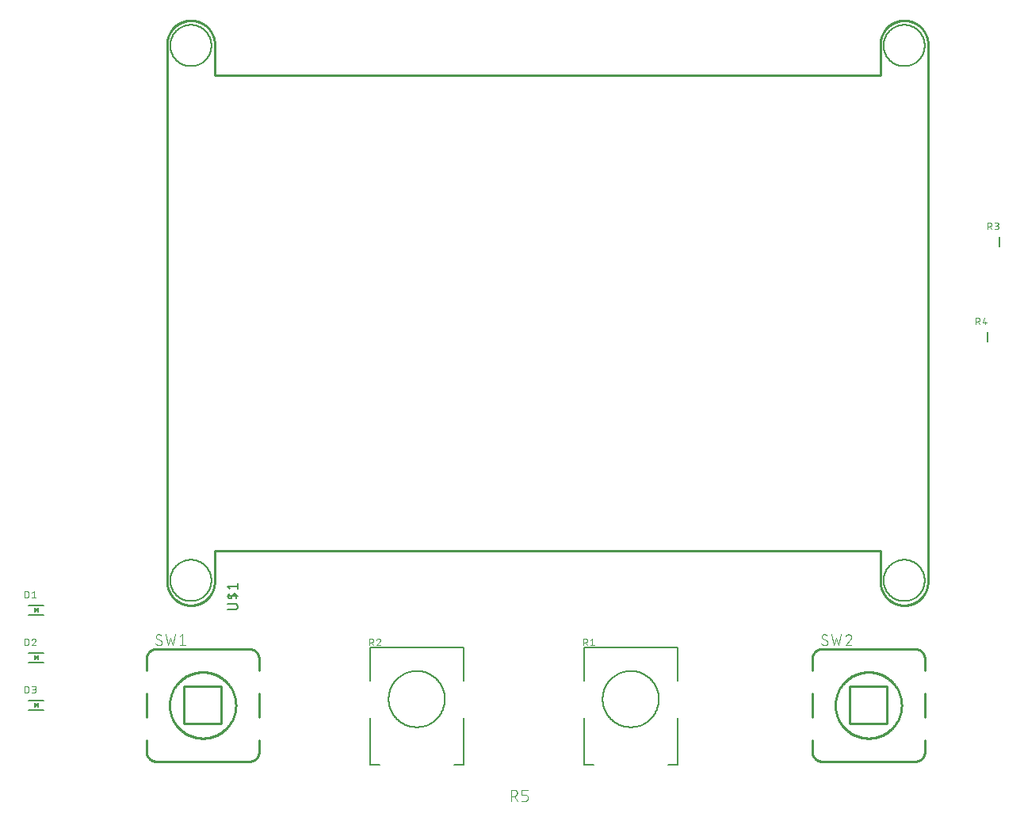
<source format=gbr>
G04 EAGLE Gerber RS-274X export*
G75*
%MOMM*%
%FSLAX34Y34*%
%LPD*%
%INSilkscreen Top*%
%IPPOS*%
%AMOC8*
5,1,8,0,0,1.08239X$1,22.5*%
G01*
%ADD10C,0.200000*%
%ADD11C,0.254000*%
%ADD12C,0.152400*%
%ADD13C,0.127000*%
%ADD14C,0.076200*%
%ADD15C,0.101600*%

G36*
X150405Y302176D02*
X150405Y302176D01*
X150505Y302175D01*
X150519Y302179D01*
X150531Y302179D01*
X150574Y302197D01*
X150684Y302233D01*
X154684Y304233D01*
X154719Y304259D01*
X154760Y304278D01*
X154809Y304326D01*
X154863Y304367D01*
X154888Y304404D01*
X154919Y304436D01*
X154948Y304498D01*
X154985Y304555D01*
X154995Y304599D01*
X155014Y304639D01*
X155019Y304708D01*
X155034Y304774D01*
X155028Y304819D01*
X155031Y304863D01*
X155012Y304929D01*
X155003Y304997D01*
X154982Y305036D01*
X154970Y305079D01*
X154929Y305134D01*
X154897Y305194D01*
X154863Y305224D01*
X154837Y305260D01*
X154766Y305309D01*
X154728Y305343D01*
X154707Y305351D01*
X154684Y305367D01*
X150684Y307367D01*
X150588Y307395D01*
X150494Y307427D01*
X150481Y307427D01*
X150468Y307431D01*
X150369Y307424D01*
X150269Y307421D01*
X150258Y307416D01*
X150245Y307415D01*
X150154Y307374D01*
X150062Y307336D01*
X150052Y307328D01*
X150040Y307322D01*
X149969Y307252D01*
X149896Y307185D01*
X149890Y307174D01*
X149881Y307164D01*
X149839Y307074D01*
X149793Y306985D01*
X149791Y306971D01*
X149786Y306961D01*
X149783Y306914D01*
X149766Y306800D01*
X149766Y302800D01*
X149783Y302702D01*
X149797Y302603D01*
X149803Y302592D01*
X149805Y302579D01*
X149856Y302493D01*
X149903Y302406D01*
X149913Y302397D01*
X149920Y302386D01*
X149997Y302323D01*
X150072Y302257D01*
X150084Y302253D01*
X150094Y302245D01*
X150188Y302213D01*
X150281Y302177D01*
X150294Y302177D01*
X150306Y302173D01*
X150405Y302176D01*
G37*
G36*
X150405Y251376D02*
X150405Y251376D01*
X150505Y251375D01*
X150519Y251379D01*
X150531Y251379D01*
X150574Y251397D01*
X150684Y251433D01*
X154684Y253433D01*
X154719Y253459D01*
X154760Y253478D01*
X154809Y253526D01*
X154863Y253567D01*
X154888Y253604D01*
X154919Y253636D01*
X154948Y253698D01*
X154985Y253755D01*
X154995Y253799D01*
X155014Y253839D01*
X155019Y253908D01*
X155034Y253974D01*
X155028Y254019D01*
X155031Y254063D01*
X155012Y254129D01*
X155003Y254197D01*
X154982Y254236D01*
X154970Y254279D01*
X154929Y254334D01*
X154897Y254394D01*
X154863Y254424D01*
X154837Y254460D01*
X154766Y254509D01*
X154728Y254543D01*
X154707Y254551D01*
X154684Y254567D01*
X150684Y256567D01*
X150588Y256595D01*
X150494Y256627D01*
X150481Y256627D01*
X150468Y256631D01*
X150369Y256624D01*
X150269Y256621D01*
X150258Y256616D01*
X150245Y256615D01*
X150154Y256574D01*
X150062Y256536D01*
X150052Y256528D01*
X150040Y256522D01*
X149969Y256452D01*
X149896Y256385D01*
X149890Y256374D01*
X149881Y256364D01*
X149839Y256274D01*
X149793Y256185D01*
X149791Y256171D01*
X149786Y256161D01*
X149783Y256114D01*
X149766Y256000D01*
X149766Y252000D01*
X149783Y251902D01*
X149797Y251803D01*
X149803Y251792D01*
X149805Y251779D01*
X149856Y251693D01*
X149903Y251606D01*
X149913Y251597D01*
X149920Y251586D01*
X149997Y251523D01*
X150072Y251457D01*
X150084Y251453D01*
X150094Y251445D01*
X150188Y251413D01*
X150281Y251377D01*
X150294Y251377D01*
X150306Y251373D01*
X150405Y251376D01*
G37*
G36*
X150405Y200576D02*
X150405Y200576D01*
X150505Y200575D01*
X150519Y200579D01*
X150531Y200579D01*
X150574Y200597D01*
X150684Y200633D01*
X154684Y202633D01*
X154719Y202659D01*
X154760Y202678D01*
X154809Y202726D01*
X154863Y202767D01*
X154888Y202804D01*
X154919Y202836D01*
X154948Y202898D01*
X154985Y202955D01*
X154995Y202999D01*
X155014Y203039D01*
X155019Y203108D01*
X155034Y203174D01*
X155028Y203219D01*
X155031Y203263D01*
X155012Y203329D01*
X155003Y203397D01*
X154982Y203436D01*
X154970Y203479D01*
X154929Y203534D01*
X154897Y203594D01*
X154863Y203624D01*
X154837Y203660D01*
X154766Y203709D01*
X154728Y203743D01*
X154707Y203751D01*
X154684Y203767D01*
X150684Y205767D01*
X150588Y205795D01*
X150494Y205827D01*
X150481Y205827D01*
X150468Y205831D01*
X150369Y205824D01*
X150269Y205821D01*
X150258Y205816D01*
X150245Y205815D01*
X150154Y205774D01*
X150062Y205736D01*
X150052Y205728D01*
X150040Y205722D01*
X149969Y205652D01*
X149896Y205585D01*
X149890Y205574D01*
X149881Y205564D01*
X149839Y205474D01*
X149793Y205385D01*
X149791Y205371D01*
X149786Y205361D01*
X149783Y205314D01*
X149766Y205200D01*
X149766Y201200D01*
X149783Y201102D01*
X149797Y201003D01*
X149803Y200992D01*
X149805Y200979D01*
X149856Y200893D01*
X149903Y200806D01*
X149913Y200797D01*
X149920Y200786D01*
X149997Y200723D01*
X150072Y200657D01*
X150084Y200653D01*
X150094Y200645D01*
X150188Y200613D01*
X150281Y200577D01*
X150294Y200577D01*
X150306Y200573D01*
X150405Y200576D01*
G37*
D10*
X1057500Y336550D02*
X1057507Y337090D01*
X1057526Y337629D01*
X1057560Y338168D01*
X1057606Y338706D01*
X1057665Y339243D01*
X1057738Y339778D01*
X1057824Y340311D01*
X1057923Y340842D01*
X1058035Y341370D01*
X1058159Y341896D01*
X1058297Y342418D01*
X1058447Y342936D01*
X1058610Y343451D01*
X1058786Y343962D01*
X1058974Y344468D01*
X1059175Y344969D01*
X1059387Y345465D01*
X1059612Y345956D01*
X1059849Y346441D01*
X1060098Y346921D01*
X1060358Y347394D01*
X1060630Y347860D01*
X1060913Y348320D01*
X1061208Y348773D01*
X1061513Y349218D01*
X1061829Y349655D01*
X1062156Y350085D01*
X1062494Y350507D01*
X1062841Y350920D01*
X1063199Y351324D01*
X1063567Y351720D01*
X1063944Y352106D01*
X1064330Y352483D01*
X1064726Y352851D01*
X1065130Y353209D01*
X1065543Y353556D01*
X1065965Y353894D01*
X1066395Y354221D01*
X1066832Y354537D01*
X1067277Y354842D01*
X1067730Y355137D01*
X1068190Y355420D01*
X1068656Y355692D01*
X1069129Y355952D01*
X1069609Y356201D01*
X1070094Y356438D01*
X1070585Y356663D01*
X1071081Y356875D01*
X1071582Y357076D01*
X1072088Y357264D01*
X1072599Y357440D01*
X1073114Y357603D01*
X1073632Y357753D01*
X1074154Y357891D01*
X1074680Y358015D01*
X1075208Y358127D01*
X1075739Y358226D01*
X1076272Y358312D01*
X1076807Y358385D01*
X1077344Y358444D01*
X1077882Y358490D01*
X1078421Y358524D01*
X1078960Y358543D01*
X1079500Y358550D01*
X1080040Y358543D01*
X1080579Y358524D01*
X1081118Y358490D01*
X1081656Y358444D01*
X1082193Y358385D01*
X1082728Y358312D01*
X1083261Y358226D01*
X1083792Y358127D01*
X1084320Y358015D01*
X1084846Y357891D01*
X1085368Y357753D01*
X1085886Y357603D01*
X1086401Y357440D01*
X1086912Y357264D01*
X1087418Y357076D01*
X1087919Y356875D01*
X1088415Y356663D01*
X1088906Y356438D01*
X1089391Y356201D01*
X1089871Y355952D01*
X1090344Y355692D01*
X1090810Y355420D01*
X1091270Y355137D01*
X1091723Y354842D01*
X1092168Y354537D01*
X1092605Y354221D01*
X1093035Y353894D01*
X1093457Y353556D01*
X1093870Y353209D01*
X1094274Y352851D01*
X1094670Y352483D01*
X1095056Y352106D01*
X1095433Y351720D01*
X1095801Y351324D01*
X1096159Y350920D01*
X1096506Y350507D01*
X1096844Y350085D01*
X1097171Y349655D01*
X1097487Y349218D01*
X1097792Y348773D01*
X1098087Y348320D01*
X1098370Y347860D01*
X1098642Y347394D01*
X1098902Y346921D01*
X1099151Y346441D01*
X1099388Y345956D01*
X1099613Y345465D01*
X1099825Y344969D01*
X1100026Y344468D01*
X1100214Y343962D01*
X1100390Y343451D01*
X1100553Y342936D01*
X1100703Y342418D01*
X1100841Y341896D01*
X1100965Y341370D01*
X1101077Y340842D01*
X1101176Y340311D01*
X1101262Y339778D01*
X1101335Y339243D01*
X1101394Y338706D01*
X1101440Y338168D01*
X1101474Y337629D01*
X1101493Y337090D01*
X1101500Y336550D01*
X1101493Y336010D01*
X1101474Y335471D01*
X1101440Y334932D01*
X1101394Y334394D01*
X1101335Y333857D01*
X1101262Y333322D01*
X1101176Y332789D01*
X1101077Y332258D01*
X1100965Y331730D01*
X1100841Y331204D01*
X1100703Y330682D01*
X1100553Y330164D01*
X1100390Y329649D01*
X1100214Y329138D01*
X1100026Y328632D01*
X1099825Y328131D01*
X1099613Y327635D01*
X1099388Y327144D01*
X1099151Y326659D01*
X1098902Y326179D01*
X1098642Y325706D01*
X1098370Y325240D01*
X1098087Y324780D01*
X1097792Y324327D01*
X1097487Y323882D01*
X1097171Y323445D01*
X1096844Y323015D01*
X1096506Y322593D01*
X1096159Y322180D01*
X1095801Y321776D01*
X1095433Y321380D01*
X1095056Y320994D01*
X1094670Y320617D01*
X1094274Y320249D01*
X1093870Y319891D01*
X1093457Y319544D01*
X1093035Y319206D01*
X1092605Y318879D01*
X1092168Y318563D01*
X1091723Y318258D01*
X1091270Y317963D01*
X1090810Y317680D01*
X1090344Y317408D01*
X1089871Y317148D01*
X1089391Y316899D01*
X1088906Y316662D01*
X1088415Y316437D01*
X1087919Y316225D01*
X1087418Y316024D01*
X1086912Y315836D01*
X1086401Y315660D01*
X1085886Y315497D01*
X1085368Y315347D01*
X1084846Y315209D01*
X1084320Y315085D01*
X1083792Y314973D01*
X1083261Y314874D01*
X1082728Y314788D01*
X1082193Y314715D01*
X1081656Y314656D01*
X1081118Y314610D01*
X1080579Y314576D01*
X1080040Y314557D01*
X1079500Y314550D01*
X1078960Y314557D01*
X1078421Y314576D01*
X1077882Y314610D01*
X1077344Y314656D01*
X1076807Y314715D01*
X1076272Y314788D01*
X1075739Y314874D01*
X1075208Y314973D01*
X1074680Y315085D01*
X1074154Y315209D01*
X1073632Y315347D01*
X1073114Y315497D01*
X1072599Y315660D01*
X1072088Y315836D01*
X1071582Y316024D01*
X1071081Y316225D01*
X1070585Y316437D01*
X1070094Y316662D01*
X1069609Y316899D01*
X1069129Y317148D01*
X1068656Y317408D01*
X1068190Y317680D01*
X1067730Y317963D01*
X1067277Y318258D01*
X1066832Y318563D01*
X1066395Y318879D01*
X1065965Y319206D01*
X1065543Y319544D01*
X1065130Y319891D01*
X1064726Y320249D01*
X1064330Y320617D01*
X1063944Y320994D01*
X1063567Y321380D01*
X1063199Y321776D01*
X1062841Y322180D01*
X1062494Y322593D01*
X1062156Y323015D01*
X1061829Y323445D01*
X1061513Y323882D01*
X1061208Y324327D01*
X1060913Y324780D01*
X1060630Y325240D01*
X1060358Y325706D01*
X1060098Y326179D01*
X1059849Y326659D01*
X1059612Y327144D01*
X1059387Y327635D01*
X1059175Y328131D01*
X1058974Y328632D01*
X1058786Y329138D01*
X1058610Y329649D01*
X1058447Y330164D01*
X1058297Y330682D01*
X1058159Y331204D01*
X1058035Y331730D01*
X1057923Y332258D01*
X1057824Y332789D01*
X1057738Y333322D01*
X1057665Y333857D01*
X1057606Y334394D01*
X1057560Y334932D01*
X1057526Y335471D01*
X1057507Y336010D01*
X1057500Y336550D01*
X1057500Y908050D02*
X1057507Y908590D01*
X1057526Y909129D01*
X1057560Y909668D01*
X1057606Y910206D01*
X1057665Y910743D01*
X1057738Y911278D01*
X1057824Y911811D01*
X1057923Y912342D01*
X1058035Y912870D01*
X1058159Y913396D01*
X1058297Y913918D01*
X1058447Y914436D01*
X1058610Y914951D01*
X1058786Y915462D01*
X1058974Y915968D01*
X1059175Y916469D01*
X1059387Y916965D01*
X1059612Y917456D01*
X1059849Y917941D01*
X1060098Y918421D01*
X1060358Y918894D01*
X1060630Y919360D01*
X1060913Y919820D01*
X1061208Y920273D01*
X1061513Y920718D01*
X1061829Y921155D01*
X1062156Y921585D01*
X1062494Y922007D01*
X1062841Y922420D01*
X1063199Y922824D01*
X1063567Y923220D01*
X1063944Y923606D01*
X1064330Y923983D01*
X1064726Y924351D01*
X1065130Y924709D01*
X1065543Y925056D01*
X1065965Y925394D01*
X1066395Y925721D01*
X1066832Y926037D01*
X1067277Y926342D01*
X1067730Y926637D01*
X1068190Y926920D01*
X1068656Y927192D01*
X1069129Y927452D01*
X1069609Y927701D01*
X1070094Y927938D01*
X1070585Y928163D01*
X1071081Y928375D01*
X1071582Y928576D01*
X1072088Y928764D01*
X1072599Y928940D01*
X1073114Y929103D01*
X1073632Y929253D01*
X1074154Y929391D01*
X1074680Y929515D01*
X1075208Y929627D01*
X1075739Y929726D01*
X1076272Y929812D01*
X1076807Y929885D01*
X1077344Y929944D01*
X1077882Y929990D01*
X1078421Y930024D01*
X1078960Y930043D01*
X1079500Y930050D01*
X1080040Y930043D01*
X1080579Y930024D01*
X1081118Y929990D01*
X1081656Y929944D01*
X1082193Y929885D01*
X1082728Y929812D01*
X1083261Y929726D01*
X1083792Y929627D01*
X1084320Y929515D01*
X1084846Y929391D01*
X1085368Y929253D01*
X1085886Y929103D01*
X1086401Y928940D01*
X1086912Y928764D01*
X1087418Y928576D01*
X1087919Y928375D01*
X1088415Y928163D01*
X1088906Y927938D01*
X1089391Y927701D01*
X1089871Y927452D01*
X1090344Y927192D01*
X1090810Y926920D01*
X1091270Y926637D01*
X1091723Y926342D01*
X1092168Y926037D01*
X1092605Y925721D01*
X1093035Y925394D01*
X1093457Y925056D01*
X1093870Y924709D01*
X1094274Y924351D01*
X1094670Y923983D01*
X1095056Y923606D01*
X1095433Y923220D01*
X1095801Y922824D01*
X1096159Y922420D01*
X1096506Y922007D01*
X1096844Y921585D01*
X1097171Y921155D01*
X1097487Y920718D01*
X1097792Y920273D01*
X1098087Y919820D01*
X1098370Y919360D01*
X1098642Y918894D01*
X1098902Y918421D01*
X1099151Y917941D01*
X1099388Y917456D01*
X1099613Y916965D01*
X1099825Y916469D01*
X1100026Y915968D01*
X1100214Y915462D01*
X1100390Y914951D01*
X1100553Y914436D01*
X1100703Y913918D01*
X1100841Y913396D01*
X1100965Y912870D01*
X1101077Y912342D01*
X1101176Y911811D01*
X1101262Y911278D01*
X1101335Y910743D01*
X1101394Y910206D01*
X1101440Y909668D01*
X1101474Y909129D01*
X1101493Y908590D01*
X1101500Y908050D01*
X1101493Y907510D01*
X1101474Y906971D01*
X1101440Y906432D01*
X1101394Y905894D01*
X1101335Y905357D01*
X1101262Y904822D01*
X1101176Y904289D01*
X1101077Y903758D01*
X1100965Y903230D01*
X1100841Y902704D01*
X1100703Y902182D01*
X1100553Y901664D01*
X1100390Y901149D01*
X1100214Y900638D01*
X1100026Y900132D01*
X1099825Y899631D01*
X1099613Y899135D01*
X1099388Y898644D01*
X1099151Y898159D01*
X1098902Y897679D01*
X1098642Y897206D01*
X1098370Y896740D01*
X1098087Y896280D01*
X1097792Y895827D01*
X1097487Y895382D01*
X1097171Y894945D01*
X1096844Y894515D01*
X1096506Y894093D01*
X1096159Y893680D01*
X1095801Y893276D01*
X1095433Y892880D01*
X1095056Y892494D01*
X1094670Y892117D01*
X1094274Y891749D01*
X1093870Y891391D01*
X1093457Y891044D01*
X1093035Y890706D01*
X1092605Y890379D01*
X1092168Y890063D01*
X1091723Y889758D01*
X1091270Y889463D01*
X1090810Y889180D01*
X1090344Y888908D01*
X1089871Y888648D01*
X1089391Y888399D01*
X1088906Y888162D01*
X1088415Y887937D01*
X1087919Y887725D01*
X1087418Y887524D01*
X1086912Y887336D01*
X1086401Y887160D01*
X1085886Y886997D01*
X1085368Y886847D01*
X1084846Y886709D01*
X1084320Y886585D01*
X1083792Y886473D01*
X1083261Y886374D01*
X1082728Y886288D01*
X1082193Y886215D01*
X1081656Y886156D01*
X1081118Y886110D01*
X1080579Y886076D01*
X1080040Y886057D01*
X1079500Y886050D01*
X1078960Y886057D01*
X1078421Y886076D01*
X1077882Y886110D01*
X1077344Y886156D01*
X1076807Y886215D01*
X1076272Y886288D01*
X1075739Y886374D01*
X1075208Y886473D01*
X1074680Y886585D01*
X1074154Y886709D01*
X1073632Y886847D01*
X1073114Y886997D01*
X1072599Y887160D01*
X1072088Y887336D01*
X1071582Y887524D01*
X1071081Y887725D01*
X1070585Y887937D01*
X1070094Y888162D01*
X1069609Y888399D01*
X1069129Y888648D01*
X1068656Y888908D01*
X1068190Y889180D01*
X1067730Y889463D01*
X1067277Y889758D01*
X1066832Y890063D01*
X1066395Y890379D01*
X1065965Y890706D01*
X1065543Y891044D01*
X1065130Y891391D01*
X1064726Y891749D01*
X1064330Y892117D01*
X1063944Y892494D01*
X1063567Y892880D01*
X1063199Y893276D01*
X1062841Y893680D01*
X1062494Y894093D01*
X1062156Y894515D01*
X1061829Y894945D01*
X1061513Y895382D01*
X1061208Y895827D01*
X1060913Y896280D01*
X1060630Y896740D01*
X1060358Y897206D01*
X1060098Y897679D01*
X1059849Y898159D01*
X1059612Y898644D01*
X1059387Y899135D01*
X1059175Y899631D01*
X1058974Y900132D01*
X1058786Y900638D01*
X1058610Y901149D01*
X1058447Y901664D01*
X1058297Y902182D01*
X1058159Y902704D01*
X1058035Y903230D01*
X1057923Y903758D01*
X1057824Y904289D01*
X1057738Y904822D01*
X1057665Y905357D01*
X1057606Y905894D01*
X1057560Y906432D01*
X1057526Y906971D01*
X1057507Y907510D01*
X1057500Y908050D01*
X295500Y336550D02*
X295507Y337090D01*
X295526Y337629D01*
X295560Y338168D01*
X295606Y338706D01*
X295665Y339243D01*
X295738Y339778D01*
X295824Y340311D01*
X295923Y340842D01*
X296035Y341370D01*
X296159Y341896D01*
X296297Y342418D01*
X296447Y342936D01*
X296610Y343451D01*
X296786Y343962D01*
X296974Y344468D01*
X297175Y344969D01*
X297387Y345465D01*
X297612Y345956D01*
X297849Y346441D01*
X298098Y346921D01*
X298358Y347394D01*
X298630Y347860D01*
X298913Y348320D01*
X299208Y348773D01*
X299513Y349218D01*
X299829Y349655D01*
X300156Y350085D01*
X300494Y350507D01*
X300841Y350920D01*
X301199Y351324D01*
X301567Y351720D01*
X301944Y352106D01*
X302330Y352483D01*
X302726Y352851D01*
X303130Y353209D01*
X303543Y353556D01*
X303965Y353894D01*
X304395Y354221D01*
X304832Y354537D01*
X305277Y354842D01*
X305730Y355137D01*
X306190Y355420D01*
X306656Y355692D01*
X307129Y355952D01*
X307609Y356201D01*
X308094Y356438D01*
X308585Y356663D01*
X309081Y356875D01*
X309582Y357076D01*
X310088Y357264D01*
X310599Y357440D01*
X311114Y357603D01*
X311632Y357753D01*
X312154Y357891D01*
X312680Y358015D01*
X313208Y358127D01*
X313739Y358226D01*
X314272Y358312D01*
X314807Y358385D01*
X315344Y358444D01*
X315882Y358490D01*
X316421Y358524D01*
X316960Y358543D01*
X317500Y358550D01*
X318040Y358543D01*
X318579Y358524D01*
X319118Y358490D01*
X319656Y358444D01*
X320193Y358385D01*
X320728Y358312D01*
X321261Y358226D01*
X321792Y358127D01*
X322320Y358015D01*
X322846Y357891D01*
X323368Y357753D01*
X323886Y357603D01*
X324401Y357440D01*
X324912Y357264D01*
X325418Y357076D01*
X325919Y356875D01*
X326415Y356663D01*
X326906Y356438D01*
X327391Y356201D01*
X327871Y355952D01*
X328344Y355692D01*
X328810Y355420D01*
X329270Y355137D01*
X329723Y354842D01*
X330168Y354537D01*
X330605Y354221D01*
X331035Y353894D01*
X331457Y353556D01*
X331870Y353209D01*
X332274Y352851D01*
X332670Y352483D01*
X333056Y352106D01*
X333433Y351720D01*
X333801Y351324D01*
X334159Y350920D01*
X334506Y350507D01*
X334844Y350085D01*
X335171Y349655D01*
X335487Y349218D01*
X335792Y348773D01*
X336087Y348320D01*
X336370Y347860D01*
X336642Y347394D01*
X336902Y346921D01*
X337151Y346441D01*
X337388Y345956D01*
X337613Y345465D01*
X337825Y344969D01*
X338026Y344468D01*
X338214Y343962D01*
X338390Y343451D01*
X338553Y342936D01*
X338703Y342418D01*
X338841Y341896D01*
X338965Y341370D01*
X339077Y340842D01*
X339176Y340311D01*
X339262Y339778D01*
X339335Y339243D01*
X339394Y338706D01*
X339440Y338168D01*
X339474Y337629D01*
X339493Y337090D01*
X339500Y336550D01*
X339493Y336010D01*
X339474Y335471D01*
X339440Y334932D01*
X339394Y334394D01*
X339335Y333857D01*
X339262Y333322D01*
X339176Y332789D01*
X339077Y332258D01*
X338965Y331730D01*
X338841Y331204D01*
X338703Y330682D01*
X338553Y330164D01*
X338390Y329649D01*
X338214Y329138D01*
X338026Y328632D01*
X337825Y328131D01*
X337613Y327635D01*
X337388Y327144D01*
X337151Y326659D01*
X336902Y326179D01*
X336642Y325706D01*
X336370Y325240D01*
X336087Y324780D01*
X335792Y324327D01*
X335487Y323882D01*
X335171Y323445D01*
X334844Y323015D01*
X334506Y322593D01*
X334159Y322180D01*
X333801Y321776D01*
X333433Y321380D01*
X333056Y320994D01*
X332670Y320617D01*
X332274Y320249D01*
X331870Y319891D01*
X331457Y319544D01*
X331035Y319206D01*
X330605Y318879D01*
X330168Y318563D01*
X329723Y318258D01*
X329270Y317963D01*
X328810Y317680D01*
X328344Y317408D01*
X327871Y317148D01*
X327391Y316899D01*
X326906Y316662D01*
X326415Y316437D01*
X325919Y316225D01*
X325418Y316024D01*
X324912Y315836D01*
X324401Y315660D01*
X323886Y315497D01*
X323368Y315347D01*
X322846Y315209D01*
X322320Y315085D01*
X321792Y314973D01*
X321261Y314874D01*
X320728Y314788D01*
X320193Y314715D01*
X319656Y314656D01*
X319118Y314610D01*
X318579Y314576D01*
X318040Y314557D01*
X317500Y314550D01*
X316960Y314557D01*
X316421Y314576D01*
X315882Y314610D01*
X315344Y314656D01*
X314807Y314715D01*
X314272Y314788D01*
X313739Y314874D01*
X313208Y314973D01*
X312680Y315085D01*
X312154Y315209D01*
X311632Y315347D01*
X311114Y315497D01*
X310599Y315660D01*
X310088Y315836D01*
X309582Y316024D01*
X309081Y316225D01*
X308585Y316437D01*
X308094Y316662D01*
X307609Y316899D01*
X307129Y317148D01*
X306656Y317408D01*
X306190Y317680D01*
X305730Y317963D01*
X305277Y318258D01*
X304832Y318563D01*
X304395Y318879D01*
X303965Y319206D01*
X303543Y319544D01*
X303130Y319891D01*
X302726Y320249D01*
X302330Y320617D01*
X301944Y320994D01*
X301567Y321380D01*
X301199Y321776D01*
X300841Y322180D01*
X300494Y322593D01*
X300156Y323015D01*
X299829Y323445D01*
X299513Y323882D01*
X299208Y324327D01*
X298913Y324780D01*
X298630Y325240D01*
X298358Y325706D01*
X298098Y326179D01*
X297849Y326659D01*
X297612Y327144D01*
X297387Y327635D01*
X297175Y328131D01*
X296974Y328632D01*
X296786Y329138D01*
X296610Y329649D01*
X296447Y330164D01*
X296297Y330682D01*
X296159Y331204D01*
X296035Y331730D01*
X295923Y332258D01*
X295824Y332789D01*
X295738Y333322D01*
X295665Y333857D01*
X295606Y334394D01*
X295560Y334932D01*
X295526Y335471D01*
X295507Y336010D01*
X295500Y336550D01*
X295500Y908050D02*
X295507Y908590D01*
X295526Y909129D01*
X295560Y909668D01*
X295606Y910206D01*
X295665Y910743D01*
X295738Y911278D01*
X295824Y911811D01*
X295923Y912342D01*
X296035Y912870D01*
X296159Y913396D01*
X296297Y913918D01*
X296447Y914436D01*
X296610Y914951D01*
X296786Y915462D01*
X296974Y915968D01*
X297175Y916469D01*
X297387Y916965D01*
X297612Y917456D01*
X297849Y917941D01*
X298098Y918421D01*
X298358Y918894D01*
X298630Y919360D01*
X298913Y919820D01*
X299208Y920273D01*
X299513Y920718D01*
X299829Y921155D01*
X300156Y921585D01*
X300494Y922007D01*
X300841Y922420D01*
X301199Y922824D01*
X301567Y923220D01*
X301944Y923606D01*
X302330Y923983D01*
X302726Y924351D01*
X303130Y924709D01*
X303543Y925056D01*
X303965Y925394D01*
X304395Y925721D01*
X304832Y926037D01*
X305277Y926342D01*
X305730Y926637D01*
X306190Y926920D01*
X306656Y927192D01*
X307129Y927452D01*
X307609Y927701D01*
X308094Y927938D01*
X308585Y928163D01*
X309081Y928375D01*
X309582Y928576D01*
X310088Y928764D01*
X310599Y928940D01*
X311114Y929103D01*
X311632Y929253D01*
X312154Y929391D01*
X312680Y929515D01*
X313208Y929627D01*
X313739Y929726D01*
X314272Y929812D01*
X314807Y929885D01*
X315344Y929944D01*
X315882Y929990D01*
X316421Y930024D01*
X316960Y930043D01*
X317500Y930050D01*
X318040Y930043D01*
X318579Y930024D01*
X319118Y929990D01*
X319656Y929944D01*
X320193Y929885D01*
X320728Y929812D01*
X321261Y929726D01*
X321792Y929627D01*
X322320Y929515D01*
X322846Y929391D01*
X323368Y929253D01*
X323886Y929103D01*
X324401Y928940D01*
X324912Y928764D01*
X325418Y928576D01*
X325919Y928375D01*
X326415Y928163D01*
X326906Y927938D01*
X327391Y927701D01*
X327871Y927452D01*
X328344Y927192D01*
X328810Y926920D01*
X329270Y926637D01*
X329723Y926342D01*
X330168Y926037D01*
X330605Y925721D01*
X331035Y925394D01*
X331457Y925056D01*
X331870Y924709D01*
X332274Y924351D01*
X332670Y923983D01*
X333056Y923606D01*
X333433Y923220D01*
X333801Y922824D01*
X334159Y922420D01*
X334506Y922007D01*
X334844Y921585D01*
X335171Y921155D01*
X335487Y920718D01*
X335792Y920273D01*
X336087Y919820D01*
X336370Y919360D01*
X336642Y918894D01*
X336902Y918421D01*
X337151Y917941D01*
X337388Y917456D01*
X337613Y916965D01*
X337825Y916469D01*
X338026Y915968D01*
X338214Y915462D01*
X338390Y914951D01*
X338553Y914436D01*
X338703Y913918D01*
X338841Y913396D01*
X338965Y912870D01*
X339077Y912342D01*
X339176Y911811D01*
X339262Y911278D01*
X339335Y910743D01*
X339394Y910206D01*
X339440Y909668D01*
X339474Y909129D01*
X339493Y908590D01*
X339500Y908050D01*
X339493Y907510D01*
X339474Y906971D01*
X339440Y906432D01*
X339394Y905894D01*
X339335Y905357D01*
X339262Y904822D01*
X339176Y904289D01*
X339077Y903758D01*
X338965Y903230D01*
X338841Y902704D01*
X338703Y902182D01*
X338553Y901664D01*
X338390Y901149D01*
X338214Y900638D01*
X338026Y900132D01*
X337825Y899631D01*
X337613Y899135D01*
X337388Y898644D01*
X337151Y898159D01*
X336902Y897679D01*
X336642Y897206D01*
X336370Y896740D01*
X336087Y896280D01*
X335792Y895827D01*
X335487Y895382D01*
X335171Y894945D01*
X334844Y894515D01*
X334506Y894093D01*
X334159Y893680D01*
X333801Y893276D01*
X333433Y892880D01*
X333056Y892494D01*
X332670Y892117D01*
X332274Y891749D01*
X331870Y891391D01*
X331457Y891044D01*
X331035Y890706D01*
X330605Y890379D01*
X330168Y890063D01*
X329723Y889758D01*
X329270Y889463D01*
X328810Y889180D01*
X328344Y888908D01*
X327871Y888648D01*
X327391Y888399D01*
X326906Y888162D01*
X326415Y887937D01*
X325919Y887725D01*
X325418Y887524D01*
X324912Y887336D01*
X324401Y887160D01*
X323886Y886997D01*
X323368Y886847D01*
X322846Y886709D01*
X322320Y886585D01*
X321792Y886473D01*
X321261Y886374D01*
X320728Y886288D01*
X320193Y886215D01*
X319656Y886156D01*
X319118Y886110D01*
X318579Y886076D01*
X318040Y886057D01*
X317500Y886050D01*
X316960Y886057D01*
X316421Y886076D01*
X315882Y886110D01*
X315344Y886156D01*
X314807Y886215D01*
X314272Y886288D01*
X313739Y886374D01*
X313208Y886473D01*
X312680Y886585D01*
X312154Y886709D01*
X311632Y886847D01*
X311114Y886997D01*
X310599Y887160D01*
X310088Y887336D01*
X309582Y887524D01*
X309081Y887725D01*
X308585Y887937D01*
X308094Y888162D01*
X307609Y888399D01*
X307129Y888648D01*
X306656Y888908D01*
X306190Y889180D01*
X305730Y889463D01*
X305277Y889758D01*
X304832Y890063D01*
X304395Y890379D01*
X303965Y890706D01*
X303543Y891044D01*
X303130Y891391D01*
X302726Y891749D01*
X302330Y892117D01*
X301944Y892494D01*
X301567Y892880D01*
X301199Y893276D01*
X300841Y893680D01*
X300494Y894093D01*
X300156Y894515D01*
X299829Y894945D01*
X299513Y895382D01*
X299208Y895827D01*
X298913Y896280D01*
X298630Y896740D01*
X298358Y897206D01*
X298098Y897679D01*
X297849Y898159D01*
X297612Y898644D01*
X297387Y899135D01*
X297175Y899631D01*
X296974Y900132D01*
X296786Y900638D01*
X296610Y901149D01*
X296447Y901664D01*
X296297Y902182D01*
X296159Y902704D01*
X296035Y903230D01*
X295923Y903758D01*
X295824Y904289D01*
X295738Y904822D01*
X295665Y905357D01*
X295606Y905894D01*
X295560Y906432D01*
X295526Y906971D01*
X295507Y907510D01*
X295500Y908050D01*
D11*
X1079500Y309880D02*
X1080114Y309887D01*
X1080727Y309910D01*
X1081340Y309947D01*
X1081951Y309999D01*
X1082562Y310065D01*
X1083170Y310147D01*
X1083776Y310243D01*
X1084380Y310353D01*
X1084981Y310478D01*
X1085579Y310618D01*
X1086173Y310772D01*
X1086763Y310941D01*
X1087349Y311123D01*
X1087930Y311320D01*
X1088507Y311531D01*
X1089078Y311755D01*
X1089644Y311993D01*
X1090204Y312245D01*
X1090757Y312511D01*
X1091304Y312789D01*
X1091844Y313081D01*
X1092377Y313386D01*
X1092902Y313704D01*
X1093420Y314034D01*
X1093929Y314376D01*
X1094430Y314731D01*
X1094922Y315098D01*
X1095405Y315476D01*
X1095879Y315866D01*
X1096343Y316268D01*
X1096798Y316680D01*
X1097242Y317104D01*
X1097676Y317538D01*
X1098100Y317982D01*
X1098512Y318437D01*
X1098914Y318901D01*
X1099304Y319375D01*
X1099682Y319858D01*
X1100049Y320350D01*
X1100404Y320851D01*
X1100746Y321360D01*
X1101076Y321878D01*
X1101394Y322403D01*
X1101699Y322936D01*
X1101991Y323476D01*
X1102269Y324023D01*
X1102535Y324576D01*
X1102787Y325136D01*
X1103025Y325702D01*
X1103249Y326273D01*
X1103460Y326850D01*
X1103657Y327431D01*
X1103839Y328017D01*
X1104008Y328607D01*
X1104162Y329201D01*
X1104302Y329799D01*
X1104427Y330400D01*
X1104537Y331004D01*
X1104633Y331610D01*
X1104715Y332218D01*
X1104781Y332829D01*
X1104833Y333440D01*
X1104870Y334053D01*
X1104893Y334666D01*
X1104900Y335280D01*
X1104900Y909320D01*
X1104893Y909934D01*
X1104870Y910547D01*
X1104833Y911160D01*
X1104781Y911771D01*
X1104715Y912382D01*
X1104633Y912990D01*
X1104537Y913596D01*
X1104427Y914200D01*
X1104302Y914801D01*
X1104162Y915399D01*
X1104008Y915993D01*
X1103839Y916583D01*
X1103657Y917169D01*
X1103460Y917750D01*
X1103249Y918327D01*
X1103025Y918898D01*
X1102787Y919464D01*
X1102535Y920024D01*
X1102269Y920577D01*
X1101991Y921124D01*
X1101699Y921664D01*
X1101394Y922197D01*
X1101076Y922722D01*
X1100746Y923240D01*
X1100404Y923749D01*
X1100049Y924250D01*
X1099682Y924742D01*
X1099304Y925225D01*
X1098914Y925699D01*
X1098512Y926163D01*
X1098100Y926618D01*
X1097676Y927062D01*
X1097242Y927496D01*
X1096798Y927920D01*
X1096343Y928332D01*
X1095879Y928734D01*
X1095405Y929124D01*
X1094922Y929502D01*
X1094430Y929869D01*
X1093929Y930224D01*
X1093420Y930566D01*
X1092902Y930896D01*
X1092377Y931214D01*
X1091844Y931519D01*
X1091304Y931811D01*
X1090757Y932089D01*
X1090204Y932355D01*
X1089644Y932607D01*
X1089078Y932845D01*
X1088507Y933069D01*
X1087930Y933280D01*
X1087349Y933477D01*
X1086763Y933659D01*
X1086173Y933828D01*
X1085579Y933982D01*
X1084981Y934122D01*
X1084380Y934247D01*
X1083776Y934357D01*
X1083170Y934453D01*
X1082562Y934535D01*
X1081951Y934601D01*
X1081340Y934653D01*
X1080727Y934690D01*
X1080114Y934713D01*
X1079500Y934720D01*
X1078886Y934713D01*
X1078273Y934690D01*
X1077660Y934653D01*
X1077049Y934601D01*
X1076438Y934535D01*
X1075830Y934453D01*
X1075224Y934357D01*
X1074620Y934247D01*
X1074019Y934122D01*
X1073421Y933982D01*
X1072827Y933828D01*
X1072237Y933659D01*
X1071651Y933477D01*
X1071070Y933280D01*
X1070493Y933069D01*
X1069922Y932845D01*
X1069356Y932607D01*
X1068796Y932355D01*
X1068243Y932089D01*
X1067696Y931811D01*
X1067156Y931519D01*
X1066623Y931214D01*
X1066098Y930896D01*
X1065580Y930566D01*
X1065071Y930224D01*
X1064570Y929869D01*
X1064078Y929502D01*
X1063595Y929124D01*
X1063121Y928734D01*
X1062657Y928332D01*
X1062202Y927920D01*
X1061758Y927496D01*
X1061324Y927062D01*
X1060900Y926618D01*
X1060488Y926163D01*
X1060086Y925699D01*
X1059696Y925225D01*
X1059318Y924742D01*
X1058951Y924250D01*
X1058596Y923749D01*
X1058254Y923240D01*
X1057924Y922722D01*
X1057606Y922197D01*
X1057301Y921664D01*
X1057009Y921124D01*
X1056731Y920577D01*
X1056465Y920024D01*
X1056213Y919464D01*
X1055975Y918898D01*
X1055751Y918327D01*
X1055540Y917750D01*
X1055343Y917169D01*
X1055161Y916583D01*
X1054992Y915993D01*
X1054838Y915399D01*
X1054698Y914801D01*
X1054573Y914200D01*
X1054463Y913596D01*
X1054367Y912990D01*
X1054285Y912382D01*
X1054219Y911771D01*
X1054167Y911160D01*
X1054130Y910547D01*
X1054107Y909934D01*
X1054100Y909320D01*
X1054100Y876300D01*
X342900Y876300D01*
X342900Y909320D01*
X342893Y909934D01*
X342870Y910547D01*
X342833Y911160D01*
X342781Y911771D01*
X342715Y912382D01*
X342633Y912990D01*
X342537Y913596D01*
X342427Y914200D01*
X342302Y914801D01*
X342162Y915399D01*
X342008Y915993D01*
X341839Y916583D01*
X341657Y917169D01*
X341460Y917750D01*
X341249Y918327D01*
X341025Y918898D01*
X340787Y919464D01*
X340535Y920024D01*
X340269Y920577D01*
X339991Y921124D01*
X339699Y921664D01*
X339394Y922197D01*
X339076Y922722D01*
X338746Y923240D01*
X338404Y923749D01*
X338049Y924250D01*
X337682Y924742D01*
X337304Y925225D01*
X336914Y925699D01*
X336512Y926163D01*
X336100Y926618D01*
X335676Y927062D01*
X335242Y927496D01*
X334798Y927920D01*
X334343Y928332D01*
X333879Y928734D01*
X333405Y929124D01*
X332922Y929502D01*
X332430Y929869D01*
X331929Y930224D01*
X331420Y930566D01*
X330902Y930896D01*
X330377Y931214D01*
X329844Y931519D01*
X329304Y931811D01*
X328757Y932089D01*
X328204Y932355D01*
X327644Y932607D01*
X327078Y932845D01*
X326507Y933069D01*
X325930Y933280D01*
X325349Y933477D01*
X324763Y933659D01*
X324173Y933828D01*
X323579Y933982D01*
X322981Y934122D01*
X322380Y934247D01*
X321776Y934357D01*
X321170Y934453D01*
X320562Y934535D01*
X319951Y934601D01*
X319340Y934653D01*
X318727Y934690D01*
X318114Y934713D01*
X317500Y934720D01*
X316886Y934713D01*
X316273Y934690D01*
X315660Y934653D01*
X315049Y934601D01*
X314438Y934535D01*
X313830Y934453D01*
X313224Y934357D01*
X312620Y934247D01*
X312019Y934122D01*
X311421Y933982D01*
X310827Y933828D01*
X310237Y933659D01*
X309651Y933477D01*
X309070Y933280D01*
X308493Y933069D01*
X307922Y932845D01*
X307356Y932607D01*
X306796Y932355D01*
X306243Y932089D01*
X305696Y931811D01*
X305156Y931519D01*
X304623Y931214D01*
X304098Y930896D01*
X303580Y930566D01*
X303071Y930224D01*
X302570Y929869D01*
X302078Y929502D01*
X301595Y929124D01*
X301121Y928734D01*
X300657Y928332D01*
X300202Y927920D01*
X299758Y927496D01*
X299324Y927062D01*
X298900Y926618D01*
X298488Y926163D01*
X298086Y925699D01*
X297696Y925225D01*
X297318Y924742D01*
X296951Y924250D01*
X296596Y923749D01*
X296254Y923240D01*
X295924Y922722D01*
X295606Y922197D01*
X295301Y921664D01*
X295009Y921124D01*
X294731Y920577D01*
X294465Y920024D01*
X294213Y919464D01*
X293975Y918898D01*
X293751Y918327D01*
X293540Y917750D01*
X293343Y917169D01*
X293161Y916583D01*
X292992Y915993D01*
X292838Y915399D01*
X292698Y914801D01*
X292573Y914200D01*
X292463Y913596D01*
X292367Y912990D01*
X292285Y912382D01*
X292219Y911771D01*
X292167Y911160D01*
X292130Y910547D01*
X292107Y909934D01*
X292100Y909320D01*
X292100Y335280D01*
X292107Y334666D01*
X292130Y334053D01*
X292167Y333440D01*
X292219Y332829D01*
X292285Y332218D01*
X292367Y331610D01*
X292463Y331004D01*
X292573Y330400D01*
X292698Y329799D01*
X292838Y329201D01*
X292992Y328607D01*
X293161Y328017D01*
X293343Y327431D01*
X293540Y326850D01*
X293751Y326273D01*
X293975Y325702D01*
X294213Y325136D01*
X294465Y324576D01*
X294731Y324023D01*
X295009Y323476D01*
X295301Y322936D01*
X295606Y322403D01*
X295924Y321878D01*
X296254Y321360D01*
X296596Y320851D01*
X296951Y320350D01*
X297318Y319858D01*
X297696Y319375D01*
X298086Y318901D01*
X298488Y318437D01*
X298900Y317982D01*
X299324Y317538D01*
X299758Y317104D01*
X300202Y316680D01*
X300657Y316268D01*
X301121Y315866D01*
X301595Y315476D01*
X302078Y315098D01*
X302570Y314731D01*
X303071Y314376D01*
X303580Y314034D01*
X304098Y313704D01*
X304623Y313386D01*
X305156Y313081D01*
X305696Y312789D01*
X306243Y312511D01*
X306796Y312245D01*
X307356Y311993D01*
X307922Y311755D01*
X308493Y311531D01*
X309070Y311320D01*
X309651Y311123D01*
X310237Y310941D01*
X310827Y310772D01*
X311421Y310618D01*
X312019Y310478D01*
X312620Y310353D01*
X313224Y310243D01*
X313830Y310147D01*
X314438Y310065D01*
X315049Y309999D01*
X315660Y309947D01*
X316273Y309910D01*
X316886Y309887D01*
X317500Y309880D01*
X318114Y309887D01*
X318727Y309910D01*
X319340Y309947D01*
X319951Y309999D01*
X320562Y310065D01*
X321170Y310147D01*
X321776Y310243D01*
X322380Y310353D01*
X322981Y310478D01*
X323579Y310618D01*
X324173Y310772D01*
X324763Y310941D01*
X325349Y311123D01*
X325930Y311320D01*
X326507Y311531D01*
X327078Y311755D01*
X327644Y311993D01*
X328204Y312245D01*
X328757Y312511D01*
X329304Y312789D01*
X329844Y313081D01*
X330377Y313386D01*
X330902Y313704D01*
X331420Y314034D01*
X331929Y314376D01*
X332430Y314731D01*
X332922Y315098D01*
X333405Y315476D01*
X333879Y315866D01*
X334343Y316268D01*
X334798Y316680D01*
X335242Y317104D01*
X335676Y317538D01*
X336100Y317982D01*
X336512Y318437D01*
X336914Y318901D01*
X337304Y319375D01*
X337682Y319858D01*
X338049Y320350D01*
X338404Y320851D01*
X338746Y321360D01*
X339076Y321878D01*
X339394Y322403D01*
X339699Y322936D01*
X339991Y323476D01*
X340269Y324023D01*
X340535Y324576D01*
X340787Y325136D01*
X341025Y325702D01*
X341249Y326273D01*
X341460Y326850D01*
X341657Y327431D01*
X341839Y328017D01*
X342008Y328607D01*
X342162Y329201D01*
X342302Y329799D01*
X342427Y330400D01*
X342537Y331004D01*
X342633Y331610D01*
X342715Y332218D01*
X342781Y332829D01*
X342833Y333440D01*
X342870Y334053D01*
X342893Y334666D01*
X342900Y335280D01*
X342900Y368300D01*
X1054100Y368300D01*
X1054100Y335280D01*
X1054107Y334666D01*
X1054130Y334053D01*
X1054167Y333440D01*
X1054219Y332829D01*
X1054285Y332218D01*
X1054367Y331610D01*
X1054463Y331004D01*
X1054573Y330400D01*
X1054698Y329799D01*
X1054838Y329201D01*
X1054992Y328607D01*
X1055161Y328017D01*
X1055343Y327431D01*
X1055540Y326850D01*
X1055751Y326273D01*
X1055975Y325702D01*
X1056213Y325136D01*
X1056465Y324576D01*
X1056731Y324023D01*
X1057009Y323476D01*
X1057301Y322936D01*
X1057606Y322403D01*
X1057924Y321878D01*
X1058254Y321360D01*
X1058596Y320851D01*
X1058951Y320350D01*
X1059318Y319858D01*
X1059696Y319375D01*
X1060086Y318901D01*
X1060488Y318437D01*
X1060900Y317982D01*
X1061324Y317538D01*
X1061758Y317104D01*
X1062202Y316680D01*
X1062657Y316268D01*
X1063121Y315866D01*
X1063595Y315476D01*
X1064078Y315098D01*
X1064570Y314731D01*
X1065071Y314376D01*
X1065580Y314034D01*
X1066098Y313704D01*
X1066623Y313386D01*
X1067156Y313081D01*
X1067696Y312789D01*
X1068243Y312511D01*
X1068796Y312245D01*
X1069356Y311993D01*
X1069922Y311755D01*
X1070493Y311531D01*
X1071070Y311320D01*
X1071651Y311123D01*
X1072237Y310941D01*
X1072827Y310772D01*
X1073421Y310618D01*
X1074019Y310478D01*
X1074620Y310353D01*
X1075224Y310243D01*
X1075830Y310147D01*
X1076438Y310065D01*
X1077049Y309999D01*
X1077660Y309947D01*
X1078273Y309910D01*
X1078886Y309887D01*
X1079500Y309880D01*
D12*
X364434Y305562D02*
X356362Y305562D01*
X364434Y305562D02*
X364545Y305564D01*
X364655Y305570D01*
X364766Y305580D01*
X364876Y305594D01*
X364985Y305611D01*
X365094Y305633D01*
X365202Y305658D01*
X365308Y305688D01*
X365414Y305721D01*
X365519Y305758D01*
X365622Y305798D01*
X365723Y305843D01*
X365823Y305890D01*
X365922Y305942D01*
X366018Y305997D01*
X366112Y306055D01*
X366204Y306116D01*
X366294Y306181D01*
X366382Y306249D01*
X366467Y306320D01*
X366549Y306394D01*
X366629Y306471D01*
X366706Y306551D01*
X366780Y306633D01*
X366851Y306718D01*
X366919Y306806D01*
X366984Y306896D01*
X367045Y306988D01*
X367103Y307082D01*
X367158Y307178D01*
X367210Y307277D01*
X367257Y307377D01*
X367302Y307478D01*
X367342Y307581D01*
X367379Y307686D01*
X367412Y307792D01*
X367442Y307898D01*
X367467Y308006D01*
X367489Y308115D01*
X367506Y308224D01*
X367520Y308334D01*
X367530Y308445D01*
X367536Y308555D01*
X367538Y308666D01*
X367536Y308777D01*
X367530Y308887D01*
X367520Y308998D01*
X367506Y309108D01*
X367489Y309217D01*
X367467Y309326D01*
X367442Y309434D01*
X367412Y309540D01*
X367379Y309646D01*
X367342Y309751D01*
X367302Y309854D01*
X367257Y309955D01*
X367210Y310055D01*
X367158Y310154D01*
X367103Y310250D01*
X367045Y310344D01*
X366984Y310436D01*
X366919Y310526D01*
X366851Y310614D01*
X366780Y310699D01*
X366706Y310781D01*
X366629Y310861D01*
X366549Y310938D01*
X366467Y311012D01*
X366382Y311083D01*
X366294Y311151D01*
X366204Y311216D01*
X366112Y311277D01*
X366018Y311335D01*
X365922Y311390D01*
X365823Y311442D01*
X365723Y311489D01*
X365622Y311534D01*
X365519Y311574D01*
X365414Y311611D01*
X365308Y311644D01*
X365202Y311674D01*
X365094Y311699D01*
X364985Y311721D01*
X364876Y311738D01*
X364766Y311752D01*
X364655Y311762D01*
X364545Y311768D01*
X364434Y311770D01*
X364434Y311771D02*
X356362Y311771D01*
X356362Y319715D02*
X367538Y319715D01*
X361950Y319715D02*
X361019Y318163D01*
X360973Y318091D01*
X360925Y318022D01*
X360873Y317954D01*
X360819Y317890D01*
X360761Y317827D01*
X360701Y317768D01*
X360638Y317711D01*
X360573Y317657D01*
X360505Y317607D01*
X360435Y317559D01*
X360363Y317515D01*
X360288Y317474D01*
X360213Y317436D01*
X360135Y317402D01*
X360056Y317372D01*
X359976Y317345D01*
X359894Y317322D01*
X359812Y317302D01*
X359728Y317286D01*
X359645Y317275D01*
X359560Y317267D01*
X359476Y317263D01*
X359391Y317262D01*
X359306Y317266D01*
X359222Y317273D01*
X359138Y317285D01*
X359055Y317300D01*
X358972Y317319D01*
X358890Y317342D01*
X358810Y317368D01*
X358731Y317398D01*
X358653Y317432D01*
X358577Y317469D01*
X358502Y317509D01*
X358430Y317553D01*
X358360Y317601D01*
X358292Y317651D01*
X358226Y317704D01*
X358163Y317761D01*
X358102Y317820D01*
X358044Y317882D01*
X357989Y317946D01*
X357937Y318013D01*
X357888Y318082D01*
X357843Y318154D01*
X357800Y318227D01*
X357761Y318302D01*
X357726Y318379D01*
X357694Y318458D01*
X357666Y318538D01*
X357641Y318619D01*
X357620Y318701D01*
X357603Y318784D01*
X357604Y318784D02*
X357581Y318919D01*
X357563Y319054D01*
X357547Y319189D01*
X357536Y319325D01*
X357528Y319461D01*
X357525Y319598D01*
X357524Y319734D01*
X357528Y319871D01*
X357536Y320007D01*
X357547Y320143D01*
X357562Y320278D01*
X357581Y320413D01*
X357603Y320548D01*
X357630Y320682D01*
X357660Y320815D01*
X357693Y320947D01*
X357731Y321078D01*
X357771Y321209D01*
X357816Y321337D01*
X357864Y321465D01*
X357916Y321591D01*
X357971Y321716D01*
X358029Y321839D01*
X358091Y321961D01*
X358156Y322081D01*
X358225Y322199D01*
X361950Y319715D02*
X362881Y321268D01*
X362881Y321267D02*
X362927Y321339D01*
X362975Y321409D01*
X363027Y321476D01*
X363081Y321540D01*
X363139Y321603D01*
X363199Y321662D01*
X363262Y321719D01*
X363327Y321773D01*
X363395Y321823D01*
X363465Y321871D01*
X363537Y321915D01*
X363612Y321956D01*
X363687Y321994D01*
X363765Y322028D01*
X363844Y322058D01*
X363924Y322085D01*
X364006Y322108D01*
X364088Y322128D01*
X364172Y322144D01*
X364255Y322155D01*
X364340Y322163D01*
X364424Y322167D01*
X364509Y322168D01*
X364594Y322164D01*
X364678Y322157D01*
X364762Y322145D01*
X364845Y322130D01*
X364928Y322111D01*
X365010Y322088D01*
X365090Y322062D01*
X365169Y322032D01*
X365247Y321998D01*
X365323Y321961D01*
X365398Y321921D01*
X365470Y321877D01*
X365540Y321829D01*
X365608Y321779D01*
X365674Y321726D01*
X365737Y321669D01*
X365798Y321610D01*
X365856Y321548D01*
X365911Y321484D01*
X365963Y321417D01*
X366012Y321348D01*
X366057Y321276D01*
X366100Y321203D01*
X366138Y321128D01*
X366174Y321051D01*
X366206Y320972D01*
X366234Y320893D01*
X366259Y320811D01*
X366280Y320729D01*
X366297Y320646D01*
X366297Y320647D02*
X366320Y320513D01*
X366338Y320377D01*
X366354Y320242D01*
X366365Y320106D01*
X366373Y319970D01*
X366376Y319833D01*
X366377Y319697D01*
X366373Y319561D01*
X366365Y319424D01*
X366354Y319288D01*
X366339Y319153D01*
X366320Y319018D01*
X366298Y318883D01*
X366271Y318749D01*
X366241Y318616D01*
X366208Y318484D01*
X366170Y318353D01*
X366130Y318222D01*
X366085Y318093D01*
X366037Y317966D01*
X365985Y317839D01*
X365930Y317715D01*
X365872Y317591D01*
X365810Y317470D01*
X365745Y317350D01*
X365676Y317232D01*
X358846Y327279D02*
X356362Y330383D01*
X367538Y330383D01*
X367538Y327279D02*
X367538Y333488D01*
D13*
X737400Y189700D02*
X737400Y139700D01*
X737400Y229700D02*
X737400Y264700D01*
X837400Y264700D01*
X837400Y229700D01*
X837400Y189700D02*
X837400Y139700D01*
X827400Y139700D01*
X747400Y139700D02*
X737400Y139700D01*
X757400Y209700D02*
X757409Y210436D01*
X757436Y211172D01*
X757481Y211907D01*
X757544Y212641D01*
X757626Y213372D01*
X757725Y214102D01*
X757842Y214829D01*
X757976Y215553D01*
X758129Y216273D01*
X758299Y216989D01*
X758487Y217701D01*
X758692Y218409D01*
X758914Y219110D01*
X759154Y219807D01*
X759410Y220497D01*
X759684Y221181D01*
X759974Y221857D01*
X760280Y222527D01*
X760603Y223188D01*
X760942Y223842D01*
X761297Y224487D01*
X761668Y225123D01*
X762054Y225750D01*
X762456Y226367D01*
X762872Y226974D01*
X763304Y227571D01*
X763750Y228157D01*
X764210Y228732D01*
X764684Y229295D01*
X765171Y229847D01*
X765673Y230386D01*
X766187Y230913D01*
X766714Y231427D01*
X767253Y231929D01*
X767805Y232416D01*
X768368Y232890D01*
X768943Y233350D01*
X769529Y233796D01*
X770126Y234228D01*
X770733Y234644D01*
X771350Y235046D01*
X771977Y235432D01*
X772613Y235803D01*
X773258Y236158D01*
X773912Y236497D01*
X774573Y236820D01*
X775243Y237126D01*
X775919Y237416D01*
X776603Y237690D01*
X777293Y237946D01*
X777990Y238186D01*
X778691Y238408D01*
X779399Y238613D01*
X780111Y238801D01*
X780827Y238971D01*
X781547Y239124D01*
X782271Y239258D01*
X782998Y239375D01*
X783728Y239474D01*
X784459Y239556D01*
X785193Y239619D01*
X785928Y239664D01*
X786664Y239691D01*
X787400Y239700D01*
X788136Y239691D01*
X788872Y239664D01*
X789607Y239619D01*
X790341Y239556D01*
X791072Y239474D01*
X791802Y239375D01*
X792529Y239258D01*
X793253Y239124D01*
X793973Y238971D01*
X794689Y238801D01*
X795401Y238613D01*
X796109Y238408D01*
X796810Y238186D01*
X797507Y237946D01*
X798197Y237690D01*
X798881Y237416D01*
X799557Y237126D01*
X800227Y236820D01*
X800888Y236497D01*
X801542Y236158D01*
X802187Y235803D01*
X802823Y235432D01*
X803450Y235046D01*
X804067Y234644D01*
X804674Y234228D01*
X805271Y233796D01*
X805857Y233350D01*
X806432Y232890D01*
X806995Y232416D01*
X807547Y231929D01*
X808086Y231427D01*
X808613Y230913D01*
X809127Y230386D01*
X809629Y229847D01*
X810116Y229295D01*
X810590Y228732D01*
X811050Y228157D01*
X811496Y227571D01*
X811928Y226974D01*
X812344Y226367D01*
X812746Y225750D01*
X813132Y225123D01*
X813503Y224487D01*
X813858Y223842D01*
X814197Y223188D01*
X814520Y222527D01*
X814826Y221857D01*
X815116Y221181D01*
X815390Y220497D01*
X815646Y219807D01*
X815886Y219110D01*
X816108Y218409D01*
X816313Y217701D01*
X816501Y216989D01*
X816671Y216273D01*
X816824Y215553D01*
X816958Y214829D01*
X817075Y214102D01*
X817174Y213372D01*
X817256Y212641D01*
X817319Y211907D01*
X817364Y211172D01*
X817391Y210436D01*
X817400Y209700D01*
X817391Y208964D01*
X817364Y208228D01*
X817319Y207493D01*
X817256Y206759D01*
X817174Y206028D01*
X817075Y205298D01*
X816958Y204571D01*
X816824Y203847D01*
X816671Y203127D01*
X816501Y202411D01*
X816313Y201699D01*
X816108Y200991D01*
X815886Y200290D01*
X815646Y199593D01*
X815390Y198903D01*
X815116Y198219D01*
X814826Y197543D01*
X814520Y196873D01*
X814197Y196212D01*
X813858Y195558D01*
X813503Y194913D01*
X813132Y194277D01*
X812746Y193650D01*
X812344Y193033D01*
X811928Y192426D01*
X811496Y191829D01*
X811050Y191243D01*
X810590Y190668D01*
X810116Y190105D01*
X809629Y189553D01*
X809127Y189014D01*
X808613Y188487D01*
X808086Y187973D01*
X807547Y187471D01*
X806995Y186984D01*
X806432Y186510D01*
X805857Y186050D01*
X805271Y185604D01*
X804674Y185172D01*
X804067Y184756D01*
X803450Y184354D01*
X802823Y183968D01*
X802187Y183597D01*
X801542Y183242D01*
X800888Y182903D01*
X800227Y182580D01*
X799557Y182274D01*
X798881Y181984D01*
X798197Y181710D01*
X797507Y181454D01*
X796810Y181214D01*
X796109Y180992D01*
X795401Y180787D01*
X794689Y180599D01*
X793973Y180429D01*
X793253Y180276D01*
X792529Y180142D01*
X791802Y180025D01*
X791072Y179926D01*
X790341Y179844D01*
X789607Y179781D01*
X788872Y179736D01*
X788136Y179709D01*
X787400Y179700D01*
X786664Y179709D01*
X785928Y179736D01*
X785193Y179781D01*
X784459Y179844D01*
X783728Y179926D01*
X782998Y180025D01*
X782271Y180142D01*
X781547Y180276D01*
X780827Y180429D01*
X780111Y180599D01*
X779399Y180787D01*
X778691Y180992D01*
X777990Y181214D01*
X777293Y181454D01*
X776603Y181710D01*
X775919Y181984D01*
X775243Y182274D01*
X774573Y182580D01*
X773912Y182903D01*
X773258Y183242D01*
X772613Y183597D01*
X771977Y183968D01*
X771350Y184354D01*
X770733Y184756D01*
X770126Y185172D01*
X769529Y185604D01*
X768943Y186050D01*
X768368Y186510D01*
X767805Y186984D01*
X767253Y187471D01*
X766714Y187973D01*
X766187Y188487D01*
X765673Y189014D01*
X765171Y189553D01*
X764684Y190105D01*
X764210Y190668D01*
X763750Y191243D01*
X763304Y191829D01*
X762872Y192426D01*
X762456Y193033D01*
X762054Y193650D01*
X761668Y194277D01*
X761297Y194913D01*
X760942Y195558D01*
X760603Y196212D01*
X760280Y196873D01*
X759974Y197543D01*
X759684Y198219D01*
X759410Y198903D01*
X759154Y199593D01*
X758914Y200290D01*
X758692Y200991D01*
X758487Y201699D01*
X758299Y202411D01*
X758129Y203127D01*
X757976Y203847D01*
X757842Y204571D01*
X757725Y205298D01*
X757626Y206028D01*
X757544Y206759D01*
X757481Y207493D01*
X757436Y208228D01*
X757409Y208964D01*
X757400Y209700D01*
D14*
X736981Y267081D02*
X736981Y274447D01*
X739027Y274447D01*
X739116Y274445D01*
X739205Y274439D01*
X739294Y274429D01*
X739382Y274416D01*
X739470Y274399D01*
X739557Y274377D01*
X739642Y274352D01*
X739727Y274324D01*
X739810Y274291D01*
X739892Y274255D01*
X739972Y274216D01*
X740050Y274173D01*
X740126Y274127D01*
X740201Y274077D01*
X740273Y274024D01*
X740342Y273968D01*
X740409Y273909D01*
X740474Y273848D01*
X740535Y273783D01*
X740594Y273716D01*
X740650Y273647D01*
X740703Y273575D01*
X740753Y273500D01*
X740799Y273424D01*
X740842Y273346D01*
X740881Y273266D01*
X740917Y273184D01*
X740950Y273101D01*
X740978Y273016D01*
X741003Y272931D01*
X741025Y272844D01*
X741042Y272756D01*
X741055Y272668D01*
X741065Y272579D01*
X741071Y272490D01*
X741073Y272401D01*
X741071Y272312D01*
X741065Y272223D01*
X741055Y272134D01*
X741042Y272046D01*
X741025Y271958D01*
X741003Y271871D01*
X740978Y271786D01*
X740950Y271701D01*
X740917Y271618D01*
X740881Y271536D01*
X740842Y271456D01*
X740799Y271378D01*
X740753Y271302D01*
X740703Y271227D01*
X740650Y271155D01*
X740594Y271086D01*
X740535Y271019D01*
X740474Y270954D01*
X740409Y270893D01*
X740342Y270834D01*
X740273Y270778D01*
X740201Y270725D01*
X740126Y270675D01*
X740050Y270629D01*
X739972Y270586D01*
X739892Y270547D01*
X739810Y270511D01*
X739727Y270478D01*
X739642Y270450D01*
X739557Y270425D01*
X739470Y270403D01*
X739382Y270386D01*
X739294Y270373D01*
X739205Y270363D01*
X739116Y270357D01*
X739027Y270355D01*
X736981Y270355D01*
X739436Y270355D02*
X741073Y267081D01*
X744245Y272810D02*
X746291Y274447D01*
X746291Y267081D01*
X744245Y267081D02*
X748337Y267081D01*
D13*
X508800Y189700D02*
X508800Y139700D01*
X508800Y229700D02*
X508800Y264700D01*
X608800Y264700D01*
X608800Y229700D01*
X608800Y189700D02*
X608800Y139700D01*
X598800Y139700D01*
X518800Y139700D02*
X508800Y139700D01*
X528800Y209700D02*
X528809Y210436D01*
X528836Y211172D01*
X528881Y211907D01*
X528944Y212641D01*
X529026Y213372D01*
X529125Y214102D01*
X529242Y214829D01*
X529376Y215553D01*
X529529Y216273D01*
X529699Y216989D01*
X529887Y217701D01*
X530092Y218409D01*
X530314Y219110D01*
X530554Y219807D01*
X530810Y220497D01*
X531084Y221181D01*
X531374Y221857D01*
X531680Y222527D01*
X532003Y223188D01*
X532342Y223842D01*
X532697Y224487D01*
X533068Y225123D01*
X533454Y225750D01*
X533856Y226367D01*
X534272Y226974D01*
X534704Y227571D01*
X535150Y228157D01*
X535610Y228732D01*
X536084Y229295D01*
X536571Y229847D01*
X537073Y230386D01*
X537587Y230913D01*
X538114Y231427D01*
X538653Y231929D01*
X539205Y232416D01*
X539768Y232890D01*
X540343Y233350D01*
X540929Y233796D01*
X541526Y234228D01*
X542133Y234644D01*
X542750Y235046D01*
X543377Y235432D01*
X544013Y235803D01*
X544658Y236158D01*
X545312Y236497D01*
X545973Y236820D01*
X546643Y237126D01*
X547319Y237416D01*
X548003Y237690D01*
X548693Y237946D01*
X549390Y238186D01*
X550091Y238408D01*
X550799Y238613D01*
X551511Y238801D01*
X552227Y238971D01*
X552947Y239124D01*
X553671Y239258D01*
X554398Y239375D01*
X555128Y239474D01*
X555859Y239556D01*
X556593Y239619D01*
X557328Y239664D01*
X558064Y239691D01*
X558800Y239700D01*
X559536Y239691D01*
X560272Y239664D01*
X561007Y239619D01*
X561741Y239556D01*
X562472Y239474D01*
X563202Y239375D01*
X563929Y239258D01*
X564653Y239124D01*
X565373Y238971D01*
X566089Y238801D01*
X566801Y238613D01*
X567509Y238408D01*
X568210Y238186D01*
X568907Y237946D01*
X569597Y237690D01*
X570281Y237416D01*
X570957Y237126D01*
X571627Y236820D01*
X572288Y236497D01*
X572942Y236158D01*
X573587Y235803D01*
X574223Y235432D01*
X574850Y235046D01*
X575467Y234644D01*
X576074Y234228D01*
X576671Y233796D01*
X577257Y233350D01*
X577832Y232890D01*
X578395Y232416D01*
X578947Y231929D01*
X579486Y231427D01*
X580013Y230913D01*
X580527Y230386D01*
X581029Y229847D01*
X581516Y229295D01*
X581990Y228732D01*
X582450Y228157D01*
X582896Y227571D01*
X583328Y226974D01*
X583744Y226367D01*
X584146Y225750D01*
X584532Y225123D01*
X584903Y224487D01*
X585258Y223842D01*
X585597Y223188D01*
X585920Y222527D01*
X586226Y221857D01*
X586516Y221181D01*
X586790Y220497D01*
X587046Y219807D01*
X587286Y219110D01*
X587508Y218409D01*
X587713Y217701D01*
X587901Y216989D01*
X588071Y216273D01*
X588224Y215553D01*
X588358Y214829D01*
X588475Y214102D01*
X588574Y213372D01*
X588656Y212641D01*
X588719Y211907D01*
X588764Y211172D01*
X588791Y210436D01*
X588800Y209700D01*
X588791Y208964D01*
X588764Y208228D01*
X588719Y207493D01*
X588656Y206759D01*
X588574Y206028D01*
X588475Y205298D01*
X588358Y204571D01*
X588224Y203847D01*
X588071Y203127D01*
X587901Y202411D01*
X587713Y201699D01*
X587508Y200991D01*
X587286Y200290D01*
X587046Y199593D01*
X586790Y198903D01*
X586516Y198219D01*
X586226Y197543D01*
X585920Y196873D01*
X585597Y196212D01*
X585258Y195558D01*
X584903Y194913D01*
X584532Y194277D01*
X584146Y193650D01*
X583744Y193033D01*
X583328Y192426D01*
X582896Y191829D01*
X582450Y191243D01*
X581990Y190668D01*
X581516Y190105D01*
X581029Y189553D01*
X580527Y189014D01*
X580013Y188487D01*
X579486Y187973D01*
X578947Y187471D01*
X578395Y186984D01*
X577832Y186510D01*
X577257Y186050D01*
X576671Y185604D01*
X576074Y185172D01*
X575467Y184756D01*
X574850Y184354D01*
X574223Y183968D01*
X573587Y183597D01*
X572942Y183242D01*
X572288Y182903D01*
X571627Y182580D01*
X570957Y182274D01*
X570281Y181984D01*
X569597Y181710D01*
X568907Y181454D01*
X568210Y181214D01*
X567509Y180992D01*
X566801Y180787D01*
X566089Y180599D01*
X565373Y180429D01*
X564653Y180276D01*
X563929Y180142D01*
X563202Y180025D01*
X562472Y179926D01*
X561741Y179844D01*
X561007Y179781D01*
X560272Y179736D01*
X559536Y179709D01*
X558800Y179700D01*
X558064Y179709D01*
X557328Y179736D01*
X556593Y179781D01*
X555859Y179844D01*
X555128Y179926D01*
X554398Y180025D01*
X553671Y180142D01*
X552947Y180276D01*
X552227Y180429D01*
X551511Y180599D01*
X550799Y180787D01*
X550091Y180992D01*
X549390Y181214D01*
X548693Y181454D01*
X548003Y181710D01*
X547319Y181984D01*
X546643Y182274D01*
X545973Y182580D01*
X545312Y182903D01*
X544658Y183242D01*
X544013Y183597D01*
X543377Y183968D01*
X542750Y184354D01*
X542133Y184756D01*
X541526Y185172D01*
X540929Y185604D01*
X540343Y186050D01*
X539768Y186510D01*
X539205Y186984D01*
X538653Y187471D01*
X538114Y187973D01*
X537587Y188487D01*
X537073Y189014D01*
X536571Y189553D01*
X536084Y190105D01*
X535610Y190668D01*
X535150Y191243D01*
X534704Y191829D01*
X534272Y192426D01*
X533856Y193033D01*
X533454Y193650D01*
X533068Y194277D01*
X532697Y194913D01*
X532342Y195558D01*
X532003Y196212D01*
X531680Y196873D01*
X531374Y197543D01*
X531084Y198219D01*
X530810Y198903D01*
X530554Y199593D01*
X530314Y200290D01*
X530092Y200991D01*
X529887Y201699D01*
X529699Y202411D01*
X529529Y203127D01*
X529376Y203847D01*
X529242Y204571D01*
X529125Y205298D01*
X529026Y206028D01*
X528944Y206759D01*
X528881Y207493D01*
X528836Y208228D01*
X528809Y208964D01*
X528800Y209700D01*
D14*
X508381Y267081D02*
X508381Y274447D01*
X510427Y274447D01*
X510516Y274445D01*
X510605Y274439D01*
X510694Y274429D01*
X510782Y274416D01*
X510870Y274399D01*
X510957Y274377D01*
X511042Y274352D01*
X511127Y274324D01*
X511210Y274291D01*
X511292Y274255D01*
X511372Y274216D01*
X511450Y274173D01*
X511526Y274127D01*
X511601Y274077D01*
X511673Y274024D01*
X511742Y273968D01*
X511809Y273909D01*
X511874Y273848D01*
X511935Y273783D01*
X511994Y273716D01*
X512050Y273647D01*
X512103Y273575D01*
X512153Y273500D01*
X512199Y273424D01*
X512242Y273346D01*
X512281Y273266D01*
X512317Y273184D01*
X512350Y273101D01*
X512378Y273016D01*
X512403Y272931D01*
X512425Y272844D01*
X512442Y272756D01*
X512455Y272668D01*
X512465Y272579D01*
X512471Y272490D01*
X512473Y272401D01*
X512471Y272312D01*
X512465Y272223D01*
X512455Y272134D01*
X512442Y272046D01*
X512425Y271958D01*
X512403Y271871D01*
X512378Y271786D01*
X512350Y271701D01*
X512317Y271618D01*
X512281Y271536D01*
X512242Y271456D01*
X512199Y271378D01*
X512153Y271302D01*
X512103Y271227D01*
X512050Y271155D01*
X511994Y271086D01*
X511935Y271019D01*
X511874Y270954D01*
X511809Y270893D01*
X511742Y270834D01*
X511673Y270778D01*
X511601Y270725D01*
X511526Y270675D01*
X511450Y270629D01*
X511372Y270586D01*
X511292Y270547D01*
X511210Y270511D01*
X511127Y270478D01*
X511042Y270450D01*
X510957Y270425D01*
X510870Y270403D01*
X510782Y270386D01*
X510694Y270373D01*
X510605Y270363D01*
X510516Y270357D01*
X510427Y270355D01*
X508381Y270355D01*
X510836Y270355D02*
X512473Y267081D01*
X519738Y272606D02*
X519736Y272691D01*
X519730Y272776D01*
X519720Y272860D01*
X519707Y272944D01*
X519689Y273028D01*
X519668Y273110D01*
X519643Y273191D01*
X519614Y273271D01*
X519581Y273350D01*
X519545Y273427D01*
X519505Y273502D01*
X519462Y273576D01*
X519416Y273647D01*
X519366Y273716D01*
X519313Y273783D01*
X519257Y273847D01*
X519198Y273908D01*
X519137Y273967D01*
X519073Y274023D01*
X519006Y274076D01*
X518937Y274126D01*
X518866Y274172D01*
X518792Y274215D01*
X518717Y274255D01*
X518640Y274291D01*
X518561Y274324D01*
X518481Y274353D01*
X518400Y274378D01*
X518318Y274399D01*
X518234Y274417D01*
X518150Y274430D01*
X518066Y274440D01*
X517981Y274446D01*
X517896Y274448D01*
X517896Y274447D02*
X517800Y274445D01*
X517704Y274439D01*
X517609Y274429D01*
X517514Y274416D01*
X517419Y274398D01*
X517326Y274377D01*
X517233Y274352D01*
X517142Y274323D01*
X517051Y274291D01*
X516962Y274255D01*
X516875Y274215D01*
X516789Y274172D01*
X516705Y274126D01*
X516623Y274076D01*
X516543Y274022D01*
X516466Y273966D01*
X516391Y273906D01*
X516318Y273844D01*
X516248Y273778D01*
X516180Y273710D01*
X516115Y273639D01*
X516054Y273566D01*
X515995Y273490D01*
X515939Y273411D01*
X515887Y273331D01*
X515838Y273248D01*
X515792Y273164D01*
X515750Y273078D01*
X515712Y272990D01*
X515677Y272901D01*
X515645Y272810D01*
X519123Y271174D02*
X519183Y271233D01*
X519240Y271295D01*
X519295Y271359D01*
X519346Y271426D01*
X519395Y271495D01*
X519441Y271565D01*
X519484Y271638D01*
X519524Y271712D01*
X519560Y271788D01*
X519593Y271866D01*
X519623Y271945D01*
X519650Y272025D01*
X519673Y272106D01*
X519692Y272188D01*
X519708Y272270D01*
X519721Y272354D01*
X519730Y272438D01*
X519735Y272522D01*
X519737Y272606D01*
X519123Y271173D02*
X515645Y267081D01*
X519737Y267081D01*
D13*
X1181100Y693420D02*
X1181100Y703580D01*
D14*
X1168781Y711581D02*
X1168781Y718947D01*
X1170827Y718947D01*
X1170916Y718945D01*
X1171005Y718939D01*
X1171094Y718929D01*
X1171182Y718916D01*
X1171270Y718899D01*
X1171357Y718877D01*
X1171442Y718852D01*
X1171527Y718824D01*
X1171610Y718791D01*
X1171692Y718755D01*
X1171772Y718716D01*
X1171850Y718673D01*
X1171926Y718627D01*
X1172001Y718577D01*
X1172073Y718524D01*
X1172142Y718468D01*
X1172209Y718409D01*
X1172274Y718348D01*
X1172335Y718283D01*
X1172394Y718216D01*
X1172450Y718147D01*
X1172503Y718075D01*
X1172553Y718000D01*
X1172599Y717924D01*
X1172642Y717846D01*
X1172681Y717766D01*
X1172717Y717684D01*
X1172750Y717601D01*
X1172778Y717516D01*
X1172803Y717431D01*
X1172825Y717344D01*
X1172842Y717256D01*
X1172855Y717168D01*
X1172865Y717079D01*
X1172871Y716990D01*
X1172873Y716901D01*
X1172871Y716812D01*
X1172865Y716723D01*
X1172855Y716634D01*
X1172842Y716546D01*
X1172825Y716458D01*
X1172803Y716371D01*
X1172778Y716286D01*
X1172750Y716201D01*
X1172717Y716118D01*
X1172681Y716036D01*
X1172642Y715956D01*
X1172599Y715878D01*
X1172553Y715802D01*
X1172503Y715727D01*
X1172450Y715655D01*
X1172394Y715586D01*
X1172335Y715519D01*
X1172274Y715454D01*
X1172209Y715393D01*
X1172142Y715334D01*
X1172073Y715278D01*
X1172001Y715225D01*
X1171926Y715175D01*
X1171850Y715129D01*
X1171772Y715086D01*
X1171692Y715047D01*
X1171610Y715011D01*
X1171527Y714978D01*
X1171442Y714950D01*
X1171357Y714925D01*
X1171270Y714903D01*
X1171182Y714886D01*
X1171094Y714873D01*
X1171005Y714863D01*
X1170916Y714857D01*
X1170827Y714855D01*
X1168781Y714855D01*
X1171236Y714855D02*
X1172873Y711581D01*
X1176045Y711581D02*
X1178091Y711581D01*
X1178180Y711583D01*
X1178269Y711589D01*
X1178358Y711599D01*
X1178446Y711612D01*
X1178534Y711629D01*
X1178621Y711651D01*
X1178706Y711676D01*
X1178791Y711704D01*
X1178874Y711737D01*
X1178956Y711773D01*
X1179036Y711812D01*
X1179114Y711855D01*
X1179190Y711901D01*
X1179265Y711951D01*
X1179337Y712004D01*
X1179406Y712060D01*
X1179473Y712119D01*
X1179538Y712180D01*
X1179599Y712245D01*
X1179658Y712312D01*
X1179714Y712381D01*
X1179767Y712453D01*
X1179817Y712528D01*
X1179863Y712604D01*
X1179906Y712682D01*
X1179945Y712762D01*
X1179981Y712844D01*
X1180014Y712927D01*
X1180042Y713012D01*
X1180067Y713097D01*
X1180089Y713184D01*
X1180106Y713272D01*
X1180119Y713360D01*
X1180129Y713449D01*
X1180135Y713538D01*
X1180137Y713627D01*
X1180135Y713716D01*
X1180129Y713805D01*
X1180119Y713894D01*
X1180106Y713982D01*
X1180089Y714070D01*
X1180067Y714157D01*
X1180042Y714242D01*
X1180014Y714327D01*
X1179981Y714410D01*
X1179945Y714492D01*
X1179906Y714572D01*
X1179863Y714650D01*
X1179817Y714726D01*
X1179767Y714801D01*
X1179714Y714873D01*
X1179658Y714942D01*
X1179599Y715009D01*
X1179538Y715074D01*
X1179473Y715135D01*
X1179406Y715194D01*
X1179337Y715250D01*
X1179265Y715303D01*
X1179190Y715353D01*
X1179114Y715399D01*
X1179036Y715442D01*
X1178956Y715481D01*
X1178874Y715517D01*
X1178791Y715550D01*
X1178706Y715578D01*
X1178621Y715603D01*
X1178534Y715625D01*
X1178446Y715642D01*
X1178358Y715655D01*
X1178269Y715665D01*
X1178180Y715671D01*
X1178091Y715673D01*
X1178500Y718947D02*
X1176045Y718947D01*
X1178500Y718947D02*
X1178579Y718945D01*
X1178658Y718939D01*
X1178737Y718930D01*
X1178815Y718917D01*
X1178892Y718899D01*
X1178968Y718879D01*
X1179043Y718854D01*
X1179117Y718826D01*
X1179190Y718795D01*
X1179261Y718759D01*
X1179330Y718721D01*
X1179397Y718679D01*
X1179462Y718634D01*
X1179525Y718586D01*
X1179586Y718535D01*
X1179643Y718481D01*
X1179699Y718425D01*
X1179751Y718366D01*
X1179801Y718304D01*
X1179847Y718240D01*
X1179891Y718174D01*
X1179931Y718106D01*
X1179967Y718036D01*
X1180001Y717964D01*
X1180031Y717890D01*
X1180057Y717816D01*
X1180080Y717740D01*
X1180098Y717663D01*
X1180114Y717586D01*
X1180125Y717507D01*
X1180133Y717429D01*
X1180137Y717350D01*
X1180137Y717270D01*
X1180133Y717191D01*
X1180125Y717113D01*
X1180114Y717034D01*
X1180098Y716957D01*
X1180080Y716880D01*
X1180057Y716804D01*
X1180031Y716730D01*
X1180001Y716656D01*
X1179967Y716584D01*
X1179931Y716514D01*
X1179891Y716446D01*
X1179847Y716380D01*
X1179801Y716316D01*
X1179751Y716254D01*
X1179699Y716195D01*
X1179643Y716139D01*
X1179586Y716085D01*
X1179525Y716034D01*
X1179462Y715986D01*
X1179397Y715941D01*
X1179330Y715899D01*
X1179261Y715861D01*
X1179190Y715825D01*
X1179117Y715794D01*
X1179043Y715766D01*
X1178968Y715741D01*
X1178892Y715721D01*
X1178815Y715703D01*
X1178737Y715690D01*
X1178658Y715681D01*
X1178579Y715675D01*
X1178500Y715673D01*
X1176863Y715673D01*
D13*
X1168400Y601980D02*
X1168400Y591820D01*
D14*
X1156081Y609981D02*
X1156081Y617347D01*
X1158127Y617347D01*
X1158216Y617345D01*
X1158305Y617339D01*
X1158394Y617329D01*
X1158482Y617316D01*
X1158570Y617299D01*
X1158657Y617277D01*
X1158742Y617252D01*
X1158827Y617224D01*
X1158910Y617191D01*
X1158992Y617155D01*
X1159072Y617116D01*
X1159150Y617073D01*
X1159226Y617027D01*
X1159301Y616977D01*
X1159373Y616924D01*
X1159442Y616868D01*
X1159509Y616809D01*
X1159574Y616748D01*
X1159635Y616683D01*
X1159694Y616616D01*
X1159750Y616547D01*
X1159803Y616475D01*
X1159853Y616400D01*
X1159899Y616324D01*
X1159942Y616246D01*
X1159981Y616166D01*
X1160017Y616084D01*
X1160050Y616001D01*
X1160078Y615916D01*
X1160103Y615831D01*
X1160125Y615744D01*
X1160142Y615656D01*
X1160155Y615568D01*
X1160165Y615479D01*
X1160171Y615390D01*
X1160173Y615301D01*
X1160171Y615212D01*
X1160165Y615123D01*
X1160155Y615034D01*
X1160142Y614946D01*
X1160125Y614858D01*
X1160103Y614771D01*
X1160078Y614686D01*
X1160050Y614601D01*
X1160017Y614518D01*
X1159981Y614436D01*
X1159942Y614356D01*
X1159899Y614278D01*
X1159853Y614202D01*
X1159803Y614127D01*
X1159750Y614055D01*
X1159694Y613986D01*
X1159635Y613919D01*
X1159574Y613854D01*
X1159509Y613793D01*
X1159442Y613734D01*
X1159373Y613678D01*
X1159301Y613625D01*
X1159226Y613575D01*
X1159150Y613529D01*
X1159072Y613486D01*
X1158992Y613447D01*
X1158910Y613411D01*
X1158827Y613378D01*
X1158742Y613350D01*
X1158657Y613325D01*
X1158570Y613303D01*
X1158482Y613286D01*
X1158394Y613273D01*
X1158305Y613263D01*
X1158216Y613257D01*
X1158127Y613255D01*
X1156081Y613255D01*
X1158536Y613255D02*
X1160173Y609981D01*
X1163345Y611618D02*
X1164982Y617347D01*
X1163345Y611618D02*
X1167437Y611618D01*
X1166210Y613255D02*
X1166210Y609981D01*
D11*
X1101400Y153200D02*
X1101397Y152958D01*
X1101388Y152717D01*
X1101374Y152476D01*
X1101353Y152235D01*
X1101327Y151995D01*
X1101295Y151755D01*
X1101257Y151516D01*
X1101214Y151279D01*
X1101164Y151042D01*
X1101109Y150807D01*
X1101049Y150573D01*
X1100982Y150341D01*
X1100911Y150110D01*
X1100833Y149881D01*
X1100750Y149654D01*
X1100662Y149429D01*
X1100568Y149206D01*
X1100469Y148986D01*
X1100364Y148768D01*
X1100255Y148553D01*
X1100140Y148340D01*
X1100020Y148130D01*
X1099895Y147924D01*
X1099765Y147720D01*
X1099630Y147519D01*
X1099490Y147322D01*
X1099346Y147128D01*
X1099197Y146938D01*
X1099043Y146752D01*
X1098885Y146569D01*
X1098723Y146390D01*
X1098556Y146215D01*
X1098385Y146044D01*
X1098210Y145877D01*
X1098031Y145715D01*
X1097848Y145557D01*
X1097662Y145403D01*
X1097472Y145254D01*
X1097278Y145110D01*
X1097081Y144970D01*
X1096880Y144835D01*
X1096676Y144705D01*
X1096470Y144580D01*
X1096260Y144460D01*
X1096047Y144345D01*
X1095832Y144236D01*
X1095614Y144131D01*
X1095394Y144032D01*
X1095171Y143938D01*
X1094946Y143850D01*
X1094719Y143767D01*
X1094490Y143689D01*
X1094259Y143618D01*
X1094027Y143551D01*
X1093793Y143491D01*
X1093558Y143436D01*
X1093321Y143386D01*
X1093084Y143343D01*
X1092845Y143305D01*
X1092605Y143273D01*
X1092365Y143247D01*
X1092124Y143226D01*
X1091883Y143212D01*
X1091642Y143203D01*
X1091400Y143200D01*
X991400Y143200D01*
X991158Y143203D01*
X990917Y143212D01*
X990676Y143226D01*
X990435Y143247D01*
X990195Y143273D01*
X989955Y143305D01*
X989716Y143343D01*
X989479Y143386D01*
X989242Y143436D01*
X989007Y143491D01*
X988773Y143551D01*
X988541Y143618D01*
X988310Y143689D01*
X988081Y143767D01*
X987854Y143850D01*
X987629Y143938D01*
X987406Y144032D01*
X987186Y144131D01*
X986968Y144236D01*
X986753Y144345D01*
X986540Y144460D01*
X986330Y144580D01*
X986124Y144705D01*
X985920Y144835D01*
X985719Y144970D01*
X985522Y145110D01*
X985328Y145254D01*
X985138Y145403D01*
X984952Y145557D01*
X984769Y145715D01*
X984590Y145877D01*
X984415Y146044D01*
X984244Y146215D01*
X984077Y146390D01*
X983915Y146569D01*
X983757Y146752D01*
X983603Y146938D01*
X983454Y147128D01*
X983310Y147322D01*
X983170Y147519D01*
X983035Y147720D01*
X982905Y147924D01*
X982780Y148130D01*
X982660Y148340D01*
X982545Y148553D01*
X982436Y148768D01*
X982331Y148986D01*
X982232Y149206D01*
X982138Y149429D01*
X982050Y149654D01*
X981967Y149881D01*
X981889Y150110D01*
X981818Y150341D01*
X981751Y150573D01*
X981691Y150807D01*
X981636Y151042D01*
X981586Y151279D01*
X981543Y151516D01*
X981505Y151755D01*
X981473Y151995D01*
X981447Y152235D01*
X981426Y152476D01*
X981412Y152717D01*
X981403Y152958D01*
X981400Y153200D01*
X981400Y253200D02*
X981403Y253442D01*
X981412Y253683D01*
X981426Y253924D01*
X981447Y254165D01*
X981473Y254405D01*
X981505Y254645D01*
X981543Y254884D01*
X981586Y255121D01*
X981636Y255358D01*
X981691Y255593D01*
X981751Y255827D01*
X981818Y256059D01*
X981889Y256290D01*
X981967Y256519D01*
X982050Y256746D01*
X982138Y256971D01*
X982232Y257194D01*
X982331Y257414D01*
X982436Y257632D01*
X982545Y257847D01*
X982660Y258060D01*
X982780Y258270D01*
X982905Y258476D01*
X983035Y258680D01*
X983170Y258881D01*
X983310Y259078D01*
X983454Y259272D01*
X983603Y259462D01*
X983757Y259648D01*
X983915Y259831D01*
X984077Y260010D01*
X984244Y260185D01*
X984415Y260356D01*
X984590Y260523D01*
X984769Y260685D01*
X984952Y260843D01*
X985138Y260997D01*
X985328Y261146D01*
X985522Y261290D01*
X985719Y261430D01*
X985920Y261565D01*
X986124Y261695D01*
X986330Y261820D01*
X986540Y261940D01*
X986753Y262055D01*
X986968Y262164D01*
X987186Y262269D01*
X987406Y262368D01*
X987629Y262462D01*
X987854Y262550D01*
X988081Y262633D01*
X988310Y262711D01*
X988541Y262782D01*
X988773Y262849D01*
X989007Y262909D01*
X989242Y262964D01*
X989479Y263014D01*
X989716Y263057D01*
X989955Y263095D01*
X990195Y263127D01*
X990435Y263153D01*
X990676Y263174D01*
X990917Y263188D01*
X991158Y263197D01*
X991400Y263200D01*
X1091400Y263200D01*
X1091642Y263197D01*
X1091883Y263188D01*
X1092124Y263174D01*
X1092365Y263153D01*
X1092605Y263127D01*
X1092845Y263095D01*
X1093084Y263057D01*
X1093321Y263014D01*
X1093558Y262964D01*
X1093793Y262909D01*
X1094027Y262849D01*
X1094259Y262782D01*
X1094490Y262711D01*
X1094719Y262633D01*
X1094946Y262550D01*
X1095171Y262462D01*
X1095394Y262368D01*
X1095614Y262269D01*
X1095832Y262164D01*
X1096047Y262055D01*
X1096260Y261940D01*
X1096470Y261820D01*
X1096676Y261695D01*
X1096880Y261565D01*
X1097081Y261430D01*
X1097278Y261290D01*
X1097472Y261146D01*
X1097662Y260997D01*
X1097848Y260843D01*
X1098031Y260685D01*
X1098210Y260523D01*
X1098385Y260356D01*
X1098556Y260185D01*
X1098723Y260010D01*
X1098885Y259831D01*
X1099043Y259648D01*
X1099197Y259462D01*
X1099346Y259272D01*
X1099490Y259078D01*
X1099630Y258881D01*
X1099765Y258680D01*
X1099895Y258476D01*
X1100020Y258270D01*
X1100140Y258060D01*
X1100255Y257847D01*
X1100364Y257632D01*
X1100469Y257414D01*
X1100568Y257194D01*
X1100662Y256971D01*
X1100750Y256746D01*
X1100833Y256519D01*
X1100911Y256290D01*
X1100982Y256059D01*
X1101049Y255827D01*
X1101109Y255593D01*
X1101164Y255358D01*
X1101214Y255121D01*
X1101257Y254884D01*
X1101295Y254645D01*
X1101327Y254405D01*
X1101353Y254165D01*
X1101374Y253924D01*
X1101388Y253683D01*
X1101397Y253442D01*
X1101400Y253200D01*
X1006045Y203200D02*
X1006056Y204068D01*
X1006088Y204935D01*
X1006141Y205801D01*
X1006215Y206665D01*
X1006311Y207528D01*
X1006428Y208388D01*
X1006566Y209244D01*
X1006724Y210097D01*
X1006904Y210946D01*
X1007105Y211791D01*
X1007326Y212630D01*
X1007567Y213463D01*
X1007829Y214290D01*
X1008112Y215111D01*
X1008414Y215924D01*
X1008736Y216730D01*
X1009078Y217527D01*
X1009439Y218316D01*
X1009820Y219096D01*
X1010220Y219866D01*
X1010638Y220626D01*
X1011075Y221376D01*
X1011530Y222115D01*
X1012003Y222842D01*
X1012494Y223558D01*
X1013003Y224261D01*
X1013528Y224952D01*
X1014070Y225629D01*
X1014629Y226293D01*
X1015204Y226943D01*
X1015794Y227579D01*
X1016400Y228200D01*
X1017021Y228806D01*
X1017657Y229396D01*
X1018307Y229971D01*
X1018971Y230530D01*
X1019648Y231072D01*
X1020339Y231597D01*
X1021042Y232106D01*
X1021758Y232597D01*
X1022485Y233070D01*
X1023224Y233525D01*
X1023974Y233962D01*
X1024734Y234380D01*
X1025504Y234780D01*
X1026284Y235161D01*
X1027073Y235522D01*
X1027870Y235864D01*
X1028676Y236186D01*
X1029489Y236488D01*
X1030310Y236771D01*
X1031137Y237033D01*
X1031970Y237274D01*
X1032809Y237495D01*
X1033654Y237696D01*
X1034503Y237876D01*
X1035356Y238034D01*
X1036212Y238172D01*
X1037072Y238289D01*
X1037935Y238385D01*
X1038799Y238459D01*
X1039665Y238512D01*
X1040532Y238544D01*
X1041400Y238555D01*
X1042268Y238544D01*
X1043135Y238512D01*
X1044001Y238459D01*
X1044865Y238385D01*
X1045728Y238289D01*
X1046588Y238172D01*
X1047444Y238034D01*
X1048297Y237876D01*
X1049146Y237696D01*
X1049991Y237495D01*
X1050830Y237274D01*
X1051663Y237033D01*
X1052490Y236771D01*
X1053311Y236488D01*
X1054124Y236186D01*
X1054930Y235864D01*
X1055727Y235522D01*
X1056516Y235161D01*
X1057296Y234780D01*
X1058066Y234380D01*
X1058826Y233962D01*
X1059576Y233525D01*
X1060315Y233070D01*
X1061042Y232597D01*
X1061758Y232106D01*
X1062461Y231597D01*
X1063152Y231072D01*
X1063829Y230530D01*
X1064493Y229971D01*
X1065143Y229396D01*
X1065779Y228806D01*
X1066400Y228200D01*
X1067006Y227579D01*
X1067596Y226943D01*
X1068171Y226293D01*
X1068730Y225629D01*
X1069272Y224952D01*
X1069797Y224261D01*
X1070306Y223558D01*
X1070797Y222842D01*
X1071270Y222115D01*
X1071725Y221376D01*
X1072162Y220626D01*
X1072580Y219866D01*
X1072980Y219096D01*
X1073361Y218316D01*
X1073722Y217527D01*
X1074064Y216730D01*
X1074386Y215924D01*
X1074688Y215111D01*
X1074971Y214290D01*
X1075233Y213463D01*
X1075474Y212630D01*
X1075695Y211791D01*
X1075896Y210946D01*
X1076076Y210097D01*
X1076234Y209244D01*
X1076372Y208388D01*
X1076489Y207528D01*
X1076585Y206665D01*
X1076659Y205801D01*
X1076712Y204935D01*
X1076744Y204068D01*
X1076755Y203200D01*
X1076744Y202332D01*
X1076712Y201465D01*
X1076659Y200599D01*
X1076585Y199735D01*
X1076489Y198872D01*
X1076372Y198012D01*
X1076234Y197156D01*
X1076076Y196303D01*
X1075896Y195454D01*
X1075695Y194609D01*
X1075474Y193770D01*
X1075233Y192937D01*
X1074971Y192110D01*
X1074688Y191289D01*
X1074386Y190476D01*
X1074064Y189670D01*
X1073722Y188873D01*
X1073361Y188084D01*
X1072980Y187304D01*
X1072580Y186534D01*
X1072162Y185774D01*
X1071725Y185024D01*
X1071270Y184285D01*
X1070797Y183558D01*
X1070306Y182842D01*
X1069797Y182139D01*
X1069272Y181448D01*
X1068730Y180771D01*
X1068171Y180107D01*
X1067596Y179457D01*
X1067006Y178821D01*
X1066400Y178200D01*
X1065779Y177594D01*
X1065143Y177004D01*
X1064493Y176429D01*
X1063829Y175870D01*
X1063152Y175328D01*
X1062461Y174803D01*
X1061758Y174294D01*
X1061042Y173803D01*
X1060315Y173330D01*
X1059576Y172875D01*
X1058826Y172438D01*
X1058066Y172020D01*
X1057296Y171620D01*
X1056516Y171239D01*
X1055727Y170878D01*
X1054930Y170536D01*
X1054124Y170214D01*
X1053311Y169912D01*
X1052490Y169629D01*
X1051663Y169367D01*
X1050830Y169126D01*
X1049991Y168905D01*
X1049146Y168704D01*
X1048297Y168524D01*
X1047444Y168366D01*
X1046588Y168228D01*
X1045728Y168111D01*
X1044865Y168015D01*
X1044001Y167941D01*
X1043135Y167888D01*
X1042268Y167856D01*
X1041400Y167845D01*
X1040532Y167856D01*
X1039665Y167888D01*
X1038799Y167941D01*
X1037935Y168015D01*
X1037072Y168111D01*
X1036212Y168228D01*
X1035356Y168366D01*
X1034503Y168524D01*
X1033654Y168704D01*
X1032809Y168905D01*
X1031970Y169126D01*
X1031137Y169367D01*
X1030310Y169629D01*
X1029489Y169912D01*
X1028676Y170214D01*
X1027870Y170536D01*
X1027073Y170878D01*
X1026284Y171239D01*
X1025504Y171620D01*
X1024734Y172020D01*
X1023974Y172438D01*
X1023224Y172875D01*
X1022485Y173330D01*
X1021758Y173803D01*
X1021042Y174294D01*
X1020339Y174803D01*
X1019648Y175328D01*
X1018971Y175870D01*
X1018307Y176429D01*
X1017657Y177004D01*
X1017021Y177594D01*
X1016400Y178200D01*
X1015794Y178821D01*
X1015204Y179457D01*
X1014629Y180107D01*
X1014070Y180771D01*
X1013528Y181448D01*
X1013003Y182139D01*
X1012494Y182842D01*
X1012003Y183558D01*
X1011530Y184285D01*
X1011075Y185024D01*
X1010638Y185774D01*
X1010220Y186534D01*
X1009820Y187304D01*
X1009439Y188084D01*
X1009078Y188873D01*
X1008736Y189670D01*
X1008414Y190476D01*
X1008112Y191289D01*
X1007829Y192110D01*
X1007567Y192937D01*
X1007326Y193770D01*
X1007105Y194609D01*
X1006904Y195454D01*
X1006724Y196303D01*
X1006566Y197156D01*
X1006428Y198012D01*
X1006311Y198872D01*
X1006215Y199735D01*
X1006141Y200599D01*
X1006088Y201465D01*
X1006056Y202332D01*
X1006045Y203200D01*
X1021400Y223200D02*
X1061400Y223200D01*
X1061400Y183200D01*
X1021400Y183200D01*
X1021400Y223200D01*
X981400Y240700D02*
X981400Y253200D01*
X981400Y215700D02*
X981400Y190700D01*
X981400Y165700D02*
X981400Y153200D01*
X1101400Y240700D02*
X1101400Y253200D01*
X1101400Y215700D02*
X1101400Y190700D01*
X1101400Y165700D02*
X1101400Y153200D01*
D15*
X995003Y267208D02*
X995102Y267210D01*
X995202Y267216D01*
X995301Y267225D01*
X995399Y267238D01*
X995497Y267255D01*
X995595Y267276D01*
X995691Y267301D01*
X995786Y267329D01*
X995880Y267361D01*
X995973Y267396D01*
X996065Y267435D01*
X996155Y267478D01*
X996243Y267523D01*
X996330Y267573D01*
X996414Y267625D01*
X996497Y267681D01*
X996577Y267739D01*
X996655Y267801D01*
X996730Y267866D01*
X996803Y267934D01*
X996873Y268004D01*
X996941Y268077D01*
X997006Y268152D01*
X997068Y268230D01*
X997126Y268310D01*
X997182Y268393D01*
X997234Y268477D01*
X997284Y268564D01*
X997329Y268652D01*
X997372Y268742D01*
X997411Y268834D01*
X997446Y268927D01*
X997478Y269021D01*
X997506Y269116D01*
X997531Y269212D01*
X997552Y269310D01*
X997569Y269408D01*
X997582Y269506D01*
X997591Y269605D01*
X997597Y269705D01*
X997599Y269804D01*
X995003Y267208D02*
X994859Y267210D01*
X994714Y267216D01*
X994570Y267225D01*
X994427Y267238D01*
X994283Y267255D01*
X994140Y267276D01*
X993998Y267301D01*
X993857Y267329D01*
X993716Y267361D01*
X993576Y267397D01*
X993437Y267436D01*
X993299Y267479D01*
X993163Y267526D01*
X993027Y267576D01*
X992893Y267630D01*
X992761Y267687D01*
X992630Y267748D01*
X992501Y267812D01*
X992373Y267880D01*
X992247Y267950D01*
X992123Y268025D01*
X992002Y268102D01*
X991882Y268183D01*
X991764Y268266D01*
X991649Y268353D01*
X991536Y268443D01*
X991425Y268536D01*
X991317Y268631D01*
X991211Y268730D01*
X991108Y268831D01*
X991433Y276296D02*
X991435Y276395D01*
X991441Y276495D01*
X991450Y276594D01*
X991463Y276692D01*
X991480Y276790D01*
X991501Y276888D01*
X991526Y276984D01*
X991554Y277079D01*
X991586Y277173D01*
X991621Y277266D01*
X991660Y277358D01*
X991703Y277448D01*
X991748Y277536D01*
X991798Y277623D01*
X991850Y277707D01*
X991906Y277790D01*
X991964Y277870D01*
X992026Y277948D01*
X992091Y278023D01*
X992159Y278096D01*
X992229Y278166D01*
X992302Y278234D01*
X992377Y278299D01*
X992455Y278361D01*
X992535Y278419D01*
X992618Y278475D01*
X992702Y278527D01*
X992789Y278577D01*
X992877Y278622D01*
X992967Y278665D01*
X993059Y278704D01*
X993152Y278739D01*
X993246Y278771D01*
X993341Y278799D01*
X993438Y278824D01*
X993535Y278845D01*
X993633Y278862D01*
X993731Y278875D01*
X993830Y278884D01*
X993930Y278890D01*
X994029Y278892D01*
X994165Y278890D01*
X994301Y278884D01*
X994437Y278875D01*
X994573Y278862D01*
X994708Y278844D01*
X994842Y278824D01*
X994976Y278799D01*
X995110Y278771D01*
X995242Y278738D01*
X995373Y278703D01*
X995504Y278663D01*
X995633Y278620D01*
X995761Y278574D01*
X995887Y278523D01*
X996013Y278470D01*
X996136Y278412D01*
X996258Y278352D01*
X996378Y278288D01*
X996497Y278220D01*
X996613Y278150D01*
X996727Y278076D01*
X996840Y277999D01*
X996950Y277918D01*
X992731Y274024D02*
X992645Y274077D01*
X992561Y274134D01*
X992479Y274193D01*
X992399Y274256D01*
X992322Y274322D01*
X992247Y274390D01*
X992175Y274462D01*
X992106Y274536D01*
X992040Y274613D01*
X991977Y274692D01*
X991917Y274774D01*
X991860Y274858D01*
X991806Y274944D01*
X991756Y275032D01*
X991709Y275122D01*
X991665Y275213D01*
X991626Y275307D01*
X991589Y275401D01*
X991557Y275497D01*
X991528Y275595D01*
X991503Y275693D01*
X991482Y275792D01*
X991464Y275892D01*
X991451Y275992D01*
X991441Y276093D01*
X991435Y276195D01*
X991433Y276296D01*
X996301Y272076D02*
X996387Y272023D01*
X996471Y271966D01*
X996553Y271907D01*
X996633Y271844D01*
X996710Y271778D01*
X996785Y271710D01*
X996857Y271638D01*
X996926Y271564D01*
X996992Y271487D01*
X997055Y271408D01*
X997115Y271326D01*
X997172Y271242D01*
X997226Y271156D01*
X997276Y271068D01*
X997323Y270978D01*
X997367Y270887D01*
X997406Y270793D01*
X997443Y270699D01*
X997475Y270603D01*
X997504Y270505D01*
X997529Y270407D01*
X997550Y270308D01*
X997568Y270208D01*
X997581Y270108D01*
X997591Y270007D01*
X997597Y269905D01*
X997599Y269804D01*
X996301Y272076D02*
X992731Y274024D01*
X1001734Y278892D02*
X1004330Y267208D01*
X1006927Y274997D01*
X1009523Y267208D01*
X1012119Y278892D01*
X1020205Y278892D02*
X1020312Y278890D01*
X1020418Y278884D01*
X1020524Y278874D01*
X1020630Y278861D01*
X1020736Y278843D01*
X1020840Y278822D01*
X1020944Y278797D01*
X1021047Y278768D01*
X1021148Y278736D01*
X1021248Y278699D01*
X1021347Y278659D01*
X1021445Y278616D01*
X1021541Y278569D01*
X1021635Y278518D01*
X1021727Y278464D01*
X1021817Y278407D01*
X1021905Y278347D01*
X1021990Y278283D01*
X1022073Y278216D01*
X1022154Y278146D01*
X1022232Y278074D01*
X1022308Y277998D01*
X1022380Y277920D01*
X1022450Y277839D01*
X1022517Y277756D01*
X1022581Y277671D01*
X1022641Y277583D01*
X1022698Y277493D01*
X1022752Y277401D01*
X1022803Y277307D01*
X1022850Y277211D01*
X1022893Y277113D01*
X1022933Y277014D01*
X1022970Y276914D01*
X1023002Y276813D01*
X1023031Y276710D01*
X1023056Y276606D01*
X1023077Y276502D01*
X1023095Y276396D01*
X1023108Y276290D01*
X1023118Y276184D01*
X1023124Y276078D01*
X1023126Y275971D01*
X1020205Y278892D02*
X1020084Y278890D01*
X1019963Y278884D01*
X1019843Y278874D01*
X1019722Y278861D01*
X1019603Y278843D01*
X1019483Y278822D01*
X1019365Y278797D01*
X1019248Y278768D01*
X1019131Y278735D01*
X1019016Y278699D01*
X1018902Y278658D01*
X1018789Y278615D01*
X1018677Y278567D01*
X1018568Y278516D01*
X1018460Y278461D01*
X1018353Y278403D01*
X1018249Y278342D01*
X1018147Y278277D01*
X1018047Y278209D01*
X1017949Y278138D01*
X1017853Y278064D01*
X1017760Y277987D01*
X1017670Y277906D01*
X1017582Y277823D01*
X1017497Y277737D01*
X1017414Y277648D01*
X1017335Y277557D01*
X1017258Y277463D01*
X1017185Y277367D01*
X1017115Y277269D01*
X1017048Y277168D01*
X1016984Y277065D01*
X1016924Y276960D01*
X1016867Y276853D01*
X1016813Y276745D01*
X1016763Y276635D01*
X1016717Y276523D01*
X1016674Y276410D01*
X1016635Y276295D01*
X1022153Y273699D02*
X1022232Y273776D01*
X1022308Y273857D01*
X1022381Y273940D01*
X1022451Y274025D01*
X1022518Y274113D01*
X1022582Y274203D01*
X1022642Y274295D01*
X1022699Y274390D01*
X1022753Y274486D01*
X1022804Y274584D01*
X1022851Y274684D01*
X1022895Y274786D01*
X1022935Y274889D01*
X1022971Y274993D01*
X1023003Y275099D01*
X1023032Y275205D01*
X1023057Y275313D01*
X1023079Y275421D01*
X1023096Y275531D01*
X1023110Y275640D01*
X1023119Y275750D01*
X1023125Y275861D01*
X1023127Y275971D01*
X1022152Y273699D02*
X1016635Y267208D01*
X1023126Y267208D01*
D11*
X390200Y153200D02*
X390197Y152958D01*
X390188Y152717D01*
X390174Y152476D01*
X390153Y152235D01*
X390127Y151995D01*
X390095Y151755D01*
X390057Y151516D01*
X390014Y151279D01*
X389964Y151042D01*
X389909Y150807D01*
X389849Y150573D01*
X389782Y150341D01*
X389711Y150110D01*
X389633Y149881D01*
X389550Y149654D01*
X389462Y149429D01*
X389368Y149206D01*
X389269Y148986D01*
X389164Y148768D01*
X389055Y148553D01*
X388940Y148340D01*
X388820Y148130D01*
X388695Y147924D01*
X388565Y147720D01*
X388430Y147519D01*
X388290Y147322D01*
X388146Y147128D01*
X387997Y146938D01*
X387843Y146752D01*
X387685Y146569D01*
X387523Y146390D01*
X387356Y146215D01*
X387185Y146044D01*
X387010Y145877D01*
X386831Y145715D01*
X386648Y145557D01*
X386462Y145403D01*
X386272Y145254D01*
X386078Y145110D01*
X385881Y144970D01*
X385680Y144835D01*
X385476Y144705D01*
X385270Y144580D01*
X385060Y144460D01*
X384847Y144345D01*
X384632Y144236D01*
X384414Y144131D01*
X384194Y144032D01*
X383971Y143938D01*
X383746Y143850D01*
X383519Y143767D01*
X383290Y143689D01*
X383059Y143618D01*
X382827Y143551D01*
X382593Y143491D01*
X382358Y143436D01*
X382121Y143386D01*
X381884Y143343D01*
X381645Y143305D01*
X381405Y143273D01*
X381165Y143247D01*
X380924Y143226D01*
X380683Y143212D01*
X380442Y143203D01*
X380200Y143200D01*
X280200Y143200D01*
X279958Y143203D01*
X279717Y143212D01*
X279476Y143226D01*
X279235Y143247D01*
X278995Y143273D01*
X278755Y143305D01*
X278516Y143343D01*
X278279Y143386D01*
X278042Y143436D01*
X277807Y143491D01*
X277573Y143551D01*
X277341Y143618D01*
X277110Y143689D01*
X276881Y143767D01*
X276654Y143850D01*
X276429Y143938D01*
X276206Y144032D01*
X275986Y144131D01*
X275768Y144236D01*
X275553Y144345D01*
X275340Y144460D01*
X275130Y144580D01*
X274924Y144705D01*
X274720Y144835D01*
X274519Y144970D01*
X274322Y145110D01*
X274128Y145254D01*
X273938Y145403D01*
X273752Y145557D01*
X273569Y145715D01*
X273390Y145877D01*
X273215Y146044D01*
X273044Y146215D01*
X272877Y146390D01*
X272715Y146569D01*
X272557Y146752D01*
X272403Y146938D01*
X272254Y147128D01*
X272110Y147322D01*
X271970Y147519D01*
X271835Y147720D01*
X271705Y147924D01*
X271580Y148130D01*
X271460Y148340D01*
X271345Y148553D01*
X271236Y148768D01*
X271131Y148986D01*
X271032Y149206D01*
X270938Y149429D01*
X270850Y149654D01*
X270767Y149881D01*
X270689Y150110D01*
X270618Y150341D01*
X270551Y150573D01*
X270491Y150807D01*
X270436Y151042D01*
X270386Y151279D01*
X270343Y151516D01*
X270305Y151755D01*
X270273Y151995D01*
X270247Y152235D01*
X270226Y152476D01*
X270212Y152717D01*
X270203Y152958D01*
X270200Y153200D01*
X270200Y253200D02*
X270203Y253442D01*
X270212Y253683D01*
X270226Y253924D01*
X270247Y254165D01*
X270273Y254405D01*
X270305Y254645D01*
X270343Y254884D01*
X270386Y255121D01*
X270436Y255358D01*
X270491Y255593D01*
X270551Y255827D01*
X270618Y256059D01*
X270689Y256290D01*
X270767Y256519D01*
X270850Y256746D01*
X270938Y256971D01*
X271032Y257194D01*
X271131Y257414D01*
X271236Y257632D01*
X271345Y257847D01*
X271460Y258060D01*
X271580Y258270D01*
X271705Y258476D01*
X271835Y258680D01*
X271970Y258881D01*
X272110Y259078D01*
X272254Y259272D01*
X272403Y259462D01*
X272557Y259648D01*
X272715Y259831D01*
X272877Y260010D01*
X273044Y260185D01*
X273215Y260356D01*
X273390Y260523D01*
X273569Y260685D01*
X273752Y260843D01*
X273938Y260997D01*
X274128Y261146D01*
X274322Y261290D01*
X274519Y261430D01*
X274720Y261565D01*
X274924Y261695D01*
X275130Y261820D01*
X275340Y261940D01*
X275553Y262055D01*
X275768Y262164D01*
X275986Y262269D01*
X276206Y262368D01*
X276429Y262462D01*
X276654Y262550D01*
X276881Y262633D01*
X277110Y262711D01*
X277341Y262782D01*
X277573Y262849D01*
X277807Y262909D01*
X278042Y262964D01*
X278279Y263014D01*
X278516Y263057D01*
X278755Y263095D01*
X278995Y263127D01*
X279235Y263153D01*
X279476Y263174D01*
X279717Y263188D01*
X279958Y263197D01*
X280200Y263200D01*
X380200Y263200D01*
X380442Y263197D01*
X380683Y263188D01*
X380924Y263174D01*
X381165Y263153D01*
X381405Y263127D01*
X381645Y263095D01*
X381884Y263057D01*
X382121Y263014D01*
X382358Y262964D01*
X382593Y262909D01*
X382827Y262849D01*
X383059Y262782D01*
X383290Y262711D01*
X383519Y262633D01*
X383746Y262550D01*
X383971Y262462D01*
X384194Y262368D01*
X384414Y262269D01*
X384632Y262164D01*
X384847Y262055D01*
X385060Y261940D01*
X385270Y261820D01*
X385476Y261695D01*
X385680Y261565D01*
X385881Y261430D01*
X386078Y261290D01*
X386272Y261146D01*
X386462Y260997D01*
X386648Y260843D01*
X386831Y260685D01*
X387010Y260523D01*
X387185Y260356D01*
X387356Y260185D01*
X387523Y260010D01*
X387685Y259831D01*
X387843Y259648D01*
X387997Y259462D01*
X388146Y259272D01*
X388290Y259078D01*
X388430Y258881D01*
X388565Y258680D01*
X388695Y258476D01*
X388820Y258270D01*
X388940Y258060D01*
X389055Y257847D01*
X389164Y257632D01*
X389269Y257414D01*
X389368Y257194D01*
X389462Y256971D01*
X389550Y256746D01*
X389633Y256519D01*
X389711Y256290D01*
X389782Y256059D01*
X389849Y255827D01*
X389909Y255593D01*
X389964Y255358D01*
X390014Y255121D01*
X390057Y254884D01*
X390095Y254645D01*
X390127Y254405D01*
X390153Y254165D01*
X390174Y253924D01*
X390188Y253683D01*
X390197Y253442D01*
X390200Y253200D01*
X294845Y203200D02*
X294856Y204068D01*
X294888Y204935D01*
X294941Y205801D01*
X295015Y206665D01*
X295111Y207528D01*
X295228Y208388D01*
X295366Y209244D01*
X295524Y210097D01*
X295704Y210946D01*
X295905Y211791D01*
X296126Y212630D01*
X296367Y213463D01*
X296629Y214290D01*
X296912Y215111D01*
X297214Y215924D01*
X297536Y216730D01*
X297878Y217527D01*
X298239Y218316D01*
X298620Y219096D01*
X299020Y219866D01*
X299438Y220626D01*
X299875Y221376D01*
X300330Y222115D01*
X300803Y222842D01*
X301294Y223558D01*
X301803Y224261D01*
X302328Y224952D01*
X302870Y225629D01*
X303429Y226293D01*
X304004Y226943D01*
X304594Y227579D01*
X305200Y228200D01*
X305821Y228806D01*
X306457Y229396D01*
X307107Y229971D01*
X307771Y230530D01*
X308448Y231072D01*
X309139Y231597D01*
X309842Y232106D01*
X310558Y232597D01*
X311285Y233070D01*
X312024Y233525D01*
X312774Y233962D01*
X313534Y234380D01*
X314304Y234780D01*
X315084Y235161D01*
X315873Y235522D01*
X316670Y235864D01*
X317476Y236186D01*
X318289Y236488D01*
X319110Y236771D01*
X319937Y237033D01*
X320770Y237274D01*
X321609Y237495D01*
X322454Y237696D01*
X323303Y237876D01*
X324156Y238034D01*
X325012Y238172D01*
X325872Y238289D01*
X326735Y238385D01*
X327599Y238459D01*
X328465Y238512D01*
X329332Y238544D01*
X330200Y238555D01*
X331068Y238544D01*
X331935Y238512D01*
X332801Y238459D01*
X333665Y238385D01*
X334528Y238289D01*
X335388Y238172D01*
X336244Y238034D01*
X337097Y237876D01*
X337946Y237696D01*
X338791Y237495D01*
X339630Y237274D01*
X340463Y237033D01*
X341290Y236771D01*
X342111Y236488D01*
X342924Y236186D01*
X343730Y235864D01*
X344527Y235522D01*
X345316Y235161D01*
X346096Y234780D01*
X346866Y234380D01*
X347626Y233962D01*
X348376Y233525D01*
X349115Y233070D01*
X349842Y232597D01*
X350558Y232106D01*
X351261Y231597D01*
X351952Y231072D01*
X352629Y230530D01*
X353293Y229971D01*
X353943Y229396D01*
X354579Y228806D01*
X355200Y228200D01*
X355806Y227579D01*
X356396Y226943D01*
X356971Y226293D01*
X357530Y225629D01*
X358072Y224952D01*
X358597Y224261D01*
X359106Y223558D01*
X359597Y222842D01*
X360070Y222115D01*
X360525Y221376D01*
X360962Y220626D01*
X361380Y219866D01*
X361780Y219096D01*
X362161Y218316D01*
X362522Y217527D01*
X362864Y216730D01*
X363186Y215924D01*
X363488Y215111D01*
X363771Y214290D01*
X364033Y213463D01*
X364274Y212630D01*
X364495Y211791D01*
X364696Y210946D01*
X364876Y210097D01*
X365034Y209244D01*
X365172Y208388D01*
X365289Y207528D01*
X365385Y206665D01*
X365459Y205801D01*
X365512Y204935D01*
X365544Y204068D01*
X365555Y203200D01*
X365544Y202332D01*
X365512Y201465D01*
X365459Y200599D01*
X365385Y199735D01*
X365289Y198872D01*
X365172Y198012D01*
X365034Y197156D01*
X364876Y196303D01*
X364696Y195454D01*
X364495Y194609D01*
X364274Y193770D01*
X364033Y192937D01*
X363771Y192110D01*
X363488Y191289D01*
X363186Y190476D01*
X362864Y189670D01*
X362522Y188873D01*
X362161Y188084D01*
X361780Y187304D01*
X361380Y186534D01*
X360962Y185774D01*
X360525Y185024D01*
X360070Y184285D01*
X359597Y183558D01*
X359106Y182842D01*
X358597Y182139D01*
X358072Y181448D01*
X357530Y180771D01*
X356971Y180107D01*
X356396Y179457D01*
X355806Y178821D01*
X355200Y178200D01*
X354579Y177594D01*
X353943Y177004D01*
X353293Y176429D01*
X352629Y175870D01*
X351952Y175328D01*
X351261Y174803D01*
X350558Y174294D01*
X349842Y173803D01*
X349115Y173330D01*
X348376Y172875D01*
X347626Y172438D01*
X346866Y172020D01*
X346096Y171620D01*
X345316Y171239D01*
X344527Y170878D01*
X343730Y170536D01*
X342924Y170214D01*
X342111Y169912D01*
X341290Y169629D01*
X340463Y169367D01*
X339630Y169126D01*
X338791Y168905D01*
X337946Y168704D01*
X337097Y168524D01*
X336244Y168366D01*
X335388Y168228D01*
X334528Y168111D01*
X333665Y168015D01*
X332801Y167941D01*
X331935Y167888D01*
X331068Y167856D01*
X330200Y167845D01*
X329332Y167856D01*
X328465Y167888D01*
X327599Y167941D01*
X326735Y168015D01*
X325872Y168111D01*
X325012Y168228D01*
X324156Y168366D01*
X323303Y168524D01*
X322454Y168704D01*
X321609Y168905D01*
X320770Y169126D01*
X319937Y169367D01*
X319110Y169629D01*
X318289Y169912D01*
X317476Y170214D01*
X316670Y170536D01*
X315873Y170878D01*
X315084Y171239D01*
X314304Y171620D01*
X313534Y172020D01*
X312774Y172438D01*
X312024Y172875D01*
X311285Y173330D01*
X310558Y173803D01*
X309842Y174294D01*
X309139Y174803D01*
X308448Y175328D01*
X307771Y175870D01*
X307107Y176429D01*
X306457Y177004D01*
X305821Y177594D01*
X305200Y178200D01*
X304594Y178821D01*
X304004Y179457D01*
X303429Y180107D01*
X302870Y180771D01*
X302328Y181448D01*
X301803Y182139D01*
X301294Y182842D01*
X300803Y183558D01*
X300330Y184285D01*
X299875Y185024D01*
X299438Y185774D01*
X299020Y186534D01*
X298620Y187304D01*
X298239Y188084D01*
X297878Y188873D01*
X297536Y189670D01*
X297214Y190476D01*
X296912Y191289D01*
X296629Y192110D01*
X296367Y192937D01*
X296126Y193770D01*
X295905Y194609D01*
X295704Y195454D01*
X295524Y196303D01*
X295366Y197156D01*
X295228Y198012D01*
X295111Y198872D01*
X295015Y199735D01*
X294941Y200599D01*
X294888Y201465D01*
X294856Y202332D01*
X294845Y203200D01*
X310200Y223200D02*
X350200Y223200D01*
X350200Y183200D01*
X310200Y183200D01*
X310200Y223200D01*
X270200Y240700D02*
X270200Y253200D01*
X270200Y215700D02*
X270200Y190700D01*
X270200Y165700D02*
X270200Y153200D01*
X390200Y240700D02*
X390200Y253200D01*
X390200Y215700D02*
X390200Y190700D01*
X390200Y165700D02*
X390200Y153200D01*
D15*
X283803Y267208D02*
X283902Y267210D01*
X284002Y267216D01*
X284101Y267225D01*
X284199Y267238D01*
X284297Y267255D01*
X284395Y267276D01*
X284491Y267301D01*
X284586Y267329D01*
X284680Y267361D01*
X284773Y267396D01*
X284865Y267435D01*
X284955Y267478D01*
X285043Y267523D01*
X285130Y267573D01*
X285214Y267625D01*
X285297Y267681D01*
X285377Y267739D01*
X285455Y267801D01*
X285530Y267866D01*
X285603Y267934D01*
X285673Y268004D01*
X285741Y268077D01*
X285806Y268152D01*
X285868Y268230D01*
X285926Y268310D01*
X285982Y268393D01*
X286034Y268477D01*
X286084Y268564D01*
X286129Y268652D01*
X286172Y268742D01*
X286211Y268834D01*
X286246Y268927D01*
X286278Y269021D01*
X286306Y269116D01*
X286331Y269212D01*
X286352Y269310D01*
X286369Y269408D01*
X286382Y269506D01*
X286391Y269605D01*
X286397Y269705D01*
X286399Y269804D01*
X283803Y267208D02*
X283659Y267210D01*
X283514Y267216D01*
X283370Y267225D01*
X283227Y267238D01*
X283083Y267255D01*
X282940Y267276D01*
X282798Y267301D01*
X282657Y267329D01*
X282516Y267361D01*
X282376Y267397D01*
X282237Y267436D01*
X282099Y267479D01*
X281963Y267526D01*
X281827Y267576D01*
X281693Y267630D01*
X281561Y267687D01*
X281430Y267748D01*
X281301Y267812D01*
X281173Y267880D01*
X281047Y267950D01*
X280923Y268025D01*
X280802Y268102D01*
X280682Y268183D01*
X280564Y268266D01*
X280449Y268353D01*
X280336Y268443D01*
X280225Y268536D01*
X280117Y268631D01*
X280011Y268730D01*
X279908Y268831D01*
X280233Y276296D02*
X280235Y276395D01*
X280241Y276495D01*
X280250Y276594D01*
X280263Y276692D01*
X280280Y276790D01*
X280301Y276888D01*
X280326Y276984D01*
X280354Y277079D01*
X280386Y277173D01*
X280421Y277266D01*
X280460Y277358D01*
X280503Y277448D01*
X280548Y277536D01*
X280598Y277623D01*
X280650Y277707D01*
X280706Y277790D01*
X280764Y277870D01*
X280826Y277948D01*
X280891Y278023D01*
X280959Y278096D01*
X281029Y278166D01*
X281102Y278234D01*
X281177Y278299D01*
X281255Y278361D01*
X281335Y278419D01*
X281418Y278475D01*
X281502Y278527D01*
X281589Y278577D01*
X281677Y278622D01*
X281767Y278665D01*
X281859Y278704D01*
X281952Y278739D01*
X282046Y278771D01*
X282141Y278799D01*
X282238Y278824D01*
X282335Y278845D01*
X282433Y278862D01*
X282531Y278875D01*
X282630Y278884D01*
X282730Y278890D01*
X282829Y278892D01*
X282965Y278890D01*
X283101Y278884D01*
X283237Y278875D01*
X283373Y278862D01*
X283508Y278844D01*
X283642Y278824D01*
X283776Y278799D01*
X283910Y278771D01*
X284042Y278738D01*
X284173Y278703D01*
X284304Y278663D01*
X284433Y278620D01*
X284561Y278574D01*
X284687Y278523D01*
X284813Y278470D01*
X284936Y278412D01*
X285058Y278352D01*
X285178Y278288D01*
X285297Y278220D01*
X285413Y278150D01*
X285527Y278076D01*
X285640Y277999D01*
X285750Y277918D01*
X281531Y274024D02*
X281445Y274077D01*
X281361Y274134D01*
X281279Y274193D01*
X281199Y274256D01*
X281122Y274322D01*
X281047Y274390D01*
X280975Y274462D01*
X280906Y274536D01*
X280840Y274613D01*
X280777Y274692D01*
X280717Y274774D01*
X280660Y274858D01*
X280606Y274944D01*
X280556Y275032D01*
X280509Y275122D01*
X280465Y275213D01*
X280426Y275307D01*
X280389Y275401D01*
X280357Y275497D01*
X280328Y275595D01*
X280303Y275693D01*
X280282Y275792D01*
X280264Y275892D01*
X280251Y275992D01*
X280241Y276093D01*
X280235Y276195D01*
X280233Y276296D01*
X285101Y272076D02*
X285187Y272023D01*
X285271Y271966D01*
X285353Y271907D01*
X285433Y271844D01*
X285510Y271778D01*
X285585Y271710D01*
X285657Y271638D01*
X285726Y271564D01*
X285792Y271487D01*
X285855Y271408D01*
X285915Y271326D01*
X285972Y271242D01*
X286026Y271156D01*
X286076Y271068D01*
X286123Y270978D01*
X286167Y270887D01*
X286206Y270793D01*
X286243Y270699D01*
X286275Y270603D01*
X286304Y270505D01*
X286329Y270407D01*
X286350Y270308D01*
X286368Y270208D01*
X286381Y270108D01*
X286391Y270007D01*
X286397Y269905D01*
X286399Y269804D01*
X285101Y272076D02*
X281531Y274024D01*
X290534Y278892D02*
X293130Y267208D01*
X295727Y274997D01*
X298323Y267208D01*
X300919Y278892D01*
X305435Y276296D02*
X308681Y278892D01*
X308681Y267208D01*
X311926Y267208D02*
X305435Y267208D01*
X659638Y112522D02*
X659638Y100838D01*
X659638Y112522D02*
X662884Y112522D01*
X662997Y112520D01*
X663110Y112514D01*
X663223Y112504D01*
X663336Y112490D01*
X663448Y112473D01*
X663559Y112451D01*
X663669Y112426D01*
X663779Y112396D01*
X663887Y112363D01*
X663994Y112326D01*
X664100Y112286D01*
X664204Y112241D01*
X664307Y112193D01*
X664408Y112142D01*
X664507Y112087D01*
X664604Y112029D01*
X664699Y111967D01*
X664792Y111902D01*
X664882Y111834D01*
X664970Y111763D01*
X665056Y111688D01*
X665139Y111611D01*
X665219Y111531D01*
X665296Y111448D01*
X665371Y111362D01*
X665442Y111274D01*
X665510Y111184D01*
X665575Y111091D01*
X665637Y110996D01*
X665695Y110899D01*
X665750Y110800D01*
X665801Y110699D01*
X665849Y110596D01*
X665894Y110492D01*
X665934Y110386D01*
X665971Y110279D01*
X666004Y110171D01*
X666034Y110061D01*
X666059Y109951D01*
X666081Y109840D01*
X666098Y109728D01*
X666112Y109615D01*
X666122Y109502D01*
X666128Y109389D01*
X666130Y109276D01*
X666128Y109163D01*
X666122Y109050D01*
X666112Y108937D01*
X666098Y108824D01*
X666081Y108712D01*
X666059Y108601D01*
X666034Y108491D01*
X666004Y108381D01*
X665971Y108273D01*
X665934Y108166D01*
X665894Y108060D01*
X665849Y107956D01*
X665801Y107853D01*
X665750Y107752D01*
X665695Y107653D01*
X665637Y107556D01*
X665575Y107461D01*
X665510Y107368D01*
X665442Y107278D01*
X665371Y107190D01*
X665296Y107104D01*
X665219Y107021D01*
X665139Y106941D01*
X665056Y106864D01*
X664970Y106789D01*
X664882Y106718D01*
X664792Y106650D01*
X664699Y106585D01*
X664604Y106523D01*
X664507Y106465D01*
X664408Y106410D01*
X664307Y106359D01*
X664204Y106311D01*
X664100Y106266D01*
X663994Y106226D01*
X663887Y106189D01*
X663779Y106156D01*
X663669Y106126D01*
X663559Y106101D01*
X663448Y106079D01*
X663336Y106062D01*
X663223Y106048D01*
X663110Y106038D01*
X662997Y106032D01*
X662884Y106030D01*
X662884Y106031D02*
X659638Y106031D01*
X663533Y106031D02*
X666129Y100838D01*
X670994Y100838D02*
X674889Y100838D01*
X674988Y100840D01*
X675088Y100846D01*
X675187Y100855D01*
X675285Y100868D01*
X675383Y100885D01*
X675481Y100906D01*
X675577Y100931D01*
X675672Y100959D01*
X675766Y100991D01*
X675859Y101026D01*
X675951Y101065D01*
X676041Y101108D01*
X676129Y101153D01*
X676216Y101203D01*
X676300Y101255D01*
X676383Y101311D01*
X676463Y101369D01*
X676541Y101431D01*
X676616Y101496D01*
X676689Y101564D01*
X676759Y101634D01*
X676827Y101707D01*
X676892Y101782D01*
X676954Y101860D01*
X677012Y101940D01*
X677068Y102023D01*
X677120Y102107D01*
X677170Y102194D01*
X677215Y102282D01*
X677258Y102372D01*
X677297Y102464D01*
X677332Y102557D01*
X677364Y102651D01*
X677392Y102746D01*
X677417Y102842D01*
X677438Y102940D01*
X677455Y103038D01*
X677468Y103136D01*
X677477Y103235D01*
X677483Y103335D01*
X677485Y103434D01*
X677485Y104733D01*
X677483Y104832D01*
X677477Y104932D01*
X677468Y105031D01*
X677455Y105129D01*
X677438Y105227D01*
X677417Y105325D01*
X677392Y105421D01*
X677364Y105516D01*
X677332Y105610D01*
X677297Y105703D01*
X677258Y105795D01*
X677215Y105885D01*
X677170Y105973D01*
X677120Y106060D01*
X677068Y106144D01*
X677012Y106227D01*
X676954Y106307D01*
X676892Y106385D01*
X676827Y106460D01*
X676759Y106533D01*
X676689Y106603D01*
X676616Y106671D01*
X676541Y106736D01*
X676463Y106798D01*
X676383Y106856D01*
X676300Y106912D01*
X676216Y106964D01*
X676129Y107014D01*
X676041Y107059D01*
X675951Y107102D01*
X675859Y107141D01*
X675766Y107176D01*
X675672Y107208D01*
X675577Y107236D01*
X675481Y107261D01*
X675383Y107282D01*
X675285Y107299D01*
X675187Y107312D01*
X675088Y107321D01*
X674988Y107327D01*
X674889Y107329D01*
X670994Y107329D01*
X670994Y112522D01*
X677485Y112522D01*
D13*
X160400Y309800D02*
X144400Y309800D01*
X144400Y299800D02*
X160400Y299800D01*
X154400Y302800D02*
X154400Y306800D01*
D15*
X140208Y318008D02*
X140208Y325120D01*
X142184Y325120D01*
X142270Y325118D01*
X142356Y325112D01*
X142442Y325103D01*
X142527Y325090D01*
X142612Y325073D01*
X142695Y325053D01*
X142778Y325029D01*
X142860Y325001D01*
X142940Y324970D01*
X143019Y324935D01*
X143096Y324897D01*
X143172Y324855D01*
X143246Y324811D01*
X143317Y324763D01*
X143387Y324712D01*
X143454Y324658D01*
X143519Y324601D01*
X143581Y324541D01*
X143641Y324479D01*
X143698Y324414D01*
X143752Y324347D01*
X143803Y324277D01*
X143851Y324206D01*
X143895Y324132D01*
X143937Y324056D01*
X143975Y323979D01*
X144010Y323900D01*
X144041Y323820D01*
X144069Y323738D01*
X144093Y323655D01*
X144113Y323572D01*
X144130Y323487D01*
X144143Y323402D01*
X144152Y323316D01*
X144158Y323230D01*
X144160Y323144D01*
X144159Y323144D02*
X144159Y319984D01*
X144160Y319984D02*
X144158Y319898D01*
X144152Y319812D01*
X144143Y319726D01*
X144130Y319641D01*
X144113Y319556D01*
X144093Y319473D01*
X144069Y319390D01*
X144041Y319308D01*
X144010Y319228D01*
X143975Y319149D01*
X143937Y319072D01*
X143895Y318996D01*
X143851Y318922D01*
X143803Y318851D01*
X143752Y318781D01*
X143698Y318714D01*
X143641Y318649D01*
X143581Y318587D01*
X143519Y318527D01*
X143454Y318470D01*
X143387Y318416D01*
X143317Y318365D01*
X143246Y318317D01*
X143172Y318273D01*
X143096Y318231D01*
X143019Y318193D01*
X142940Y318158D01*
X142860Y318127D01*
X142778Y318099D01*
X142695Y318075D01*
X142612Y318055D01*
X142527Y318038D01*
X142442Y318025D01*
X142356Y318016D01*
X142270Y318010D01*
X142184Y318008D01*
X140208Y318008D01*
X147767Y323540D02*
X149743Y325120D01*
X149743Y318008D01*
X151718Y318008D02*
X147767Y318008D01*
D13*
X144400Y259000D02*
X160400Y259000D01*
X160400Y249000D02*
X144400Y249000D01*
X154400Y252000D02*
X154400Y256000D01*
D15*
X140208Y267208D02*
X140208Y274320D01*
X142184Y274320D01*
X142270Y274318D01*
X142356Y274312D01*
X142442Y274303D01*
X142527Y274290D01*
X142612Y274273D01*
X142695Y274253D01*
X142778Y274229D01*
X142860Y274201D01*
X142940Y274170D01*
X143019Y274135D01*
X143096Y274097D01*
X143172Y274055D01*
X143246Y274011D01*
X143317Y273963D01*
X143387Y273912D01*
X143454Y273858D01*
X143519Y273801D01*
X143581Y273741D01*
X143641Y273679D01*
X143698Y273614D01*
X143752Y273547D01*
X143803Y273477D01*
X143851Y273406D01*
X143895Y273332D01*
X143937Y273256D01*
X143975Y273179D01*
X144010Y273100D01*
X144041Y273020D01*
X144069Y272938D01*
X144093Y272855D01*
X144113Y272772D01*
X144130Y272687D01*
X144143Y272602D01*
X144152Y272516D01*
X144158Y272430D01*
X144160Y272344D01*
X144159Y272344D02*
X144159Y269184D01*
X144160Y269184D02*
X144158Y269098D01*
X144152Y269012D01*
X144143Y268926D01*
X144130Y268841D01*
X144113Y268756D01*
X144093Y268673D01*
X144069Y268590D01*
X144041Y268508D01*
X144010Y268428D01*
X143975Y268349D01*
X143937Y268272D01*
X143895Y268196D01*
X143851Y268122D01*
X143803Y268051D01*
X143752Y267981D01*
X143698Y267914D01*
X143641Y267849D01*
X143581Y267787D01*
X143519Y267727D01*
X143454Y267670D01*
X143387Y267616D01*
X143317Y267565D01*
X143246Y267517D01*
X143172Y267473D01*
X143096Y267431D01*
X143019Y267393D01*
X142940Y267358D01*
X142860Y267327D01*
X142778Y267299D01*
X142695Y267275D01*
X142612Y267255D01*
X142527Y267238D01*
X142442Y267225D01*
X142356Y267216D01*
X142270Y267210D01*
X142184Y267208D01*
X140208Y267208D01*
X149940Y274320D02*
X150022Y274318D01*
X150104Y274312D01*
X150186Y274303D01*
X150267Y274290D01*
X150347Y274273D01*
X150427Y274252D01*
X150505Y274228D01*
X150582Y274200D01*
X150658Y274169D01*
X150733Y274134D01*
X150805Y274095D01*
X150876Y274054D01*
X150945Y274009D01*
X151011Y273961D01*
X151076Y273910D01*
X151138Y273856D01*
X151197Y273799D01*
X151254Y273740D01*
X151308Y273678D01*
X151359Y273613D01*
X151407Y273547D01*
X151452Y273478D01*
X151493Y273407D01*
X151532Y273335D01*
X151567Y273260D01*
X151598Y273184D01*
X151626Y273107D01*
X151650Y273029D01*
X151671Y272949D01*
X151688Y272869D01*
X151701Y272788D01*
X151710Y272706D01*
X151716Y272624D01*
X151718Y272542D01*
X149940Y274320D02*
X149847Y274318D01*
X149755Y274312D01*
X149663Y274303D01*
X149571Y274290D01*
X149480Y274273D01*
X149390Y274253D01*
X149300Y274229D01*
X149212Y274201D01*
X149124Y274169D01*
X149039Y274135D01*
X148954Y274096D01*
X148872Y274055D01*
X148791Y274010D01*
X148711Y273961D01*
X148634Y273910D01*
X148559Y273856D01*
X148487Y273798D01*
X148417Y273738D01*
X148349Y273674D01*
X148284Y273609D01*
X148221Y273540D01*
X148162Y273469D01*
X148105Y273396D01*
X148051Y273320D01*
X148001Y273243D01*
X147953Y273163D01*
X147909Y273082D01*
X147869Y272998D01*
X147831Y272914D01*
X147797Y272827D01*
X147767Y272740D01*
X151125Y271159D02*
X151186Y271220D01*
X151244Y271283D01*
X151299Y271349D01*
X151352Y271417D01*
X151401Y271488D01*
X151446Y271560D01*
X151489Y271635D01*
X151528Y271711D01*
X151564Y271790D01*
X151596Y271869D01*
X151624Y271950D01*
X151649Y272033D01*
X151670Y272116D01*
X151687Y272200D01*
X151701Y272285D01*
X151710Y272370D01*
X151716Y272456D01*
X151718Y272542D01*
X151125Y271159D02*
X147767Y267208D01*
X151718Y267208D01*
D13*
X144400Y208200D02*
X160400Y208200D01*
X160400Y198200D02*
X144400Y198200D01*
X154400Y201200D02*
X154400Y205200D01*
D15*
X140208Y216408D02*
X140208Y223520D01*
X142184Y223520D01*
X142270Y223518D01*
X142356Y223512D01*
X142442Y223503D01*
X142527Y223490D01*
X142612Y223473D01*
X142695Y223453D01*
X142778Y223429D01*
X142860Y223401D01*
X142940Y223370D01*
X143019Y223335D01*
X143096Y223297D01*
X143172Y223255D01*
X143246Y223211D01*
X143317Y223163D01*
X143387Y223112D01*
X143454Y223058D01*
X143519Y223001D01*
X143581Y222941D01*
X143641Y222879D01*
X143698Y222814D01*
X143752Y222747D01*
X143803Y222677D01*
X143851Y222606D01*
X143895Y222532D01*
X143937Y222456D01*
X143975Y222379D01*
X144010Y222300D01*
X144041Y222220D01*
X144069Y222138D01*
X144093Y222055D01*
X144113Y221972D01*
X144130Y221887D01*
X144143Y221802D01*
X144152Y221716D01*
X144158Y221630D01*
X144160Y221544D01*
X144159Y221544D02*
X144159Y218384D01*
X144160Y218384D02*
X144158Y218298D01*
X144152Y218212D01*
X144143Y218126D01*
X144130Y218041D01*
X144113Y217956D01*
X144093Y217873D01*
X144069Y217790D01*
X144041Y217708D01*
X144010Y217628D01*
X143975Y217549D01*
X143937Y217472D01*
X143895Y217396D01*
X143851Y217322D01*
X143803Y217251D01*
X143752Y217181D01*
X143698Y217114D01*
X143641Y217049D01*
X143581Y216987D01*
X143519Y216927D01*
X143454Y216870D01*
X143387Y216816D01*
X143317Y216765D01*
X143246Y216717D01*
X143172Y216673D01*
X143096Y216631D01*
X143019Y216593D01*
X142940Y216558D01*
X142860Y216527D01*
X142778Y216499D01*
X142695Y216475D01*
X142612Y216455D01*
X142527Y216438D01*
X142442Y216425D01*
X142356Y216416D01*
X142270Y216410D01*
X142184Y216408D01*
X140208Y216408D01*
X147767Y216408D02*
X149743Y216408D01*
X149830Y216410D01*
X149918Y216416D01*
X150005Y216425D01*
X150091Y216439D01*
X150177Y216456D01*
X150261Y216477D01*
X150345Y216502D01*
X150428Y216531D01*
X150509Y216563D01*
X150589Y216598D01*
X150667Y216637D01*
X150744Y216680D01*
X150818Y216726D01*
X150890Y216775D01*
X150960Y216827D01*
X151028Y216883D01*
X151093Y216941D01*
X151156Y217002D01*
X151215Y217066D01*
X151272Y217133D01*
X151326Y217201D01*
X151377Y217273D01*
X151424Y217346D01*
X151469Y217421D01*
X151510Y217499D01*
X151547Y217578D01*
X151581Y217658D01*
X151611Y217740D01*
X151638Y217823D01*
X151661Y217908D01*
X151680Y217993D01*
X151695Y218079D01*
X151707Y218166D01*
X151715Y218253D01*
X151719Y218340D01*
X151719Y218428D01*
X151715Y218515D01*
X151707Y218602D01*
X151695Y218689D01*
X151680Y218775D01*
X151661Y218860D01*
X151638Y218945D01*
X151611Y219028D01*
X151581Y219110D01*
X151547Y219190D01*
X151510Y219269D01*
X151469Y219347D01*
X151424Y219422D01*
X151377Y219495D01*
X151326Y219567D01*
X151272Y219635D01*
X151215Y219702D01*
X151156Y219766D01*
X151093Y219827D01*
X151028Y219885D01*
X150960Y219941D01*
X150890Y219993D01*
X150818Y220042D01*
X150744Y220088D01*
X150667Y220131D01*
X150589Y220170D01*
X150509Y220205D01*
X150428Y220237D01*
X150345Y220266D01*
X150261Y220291D01*
X150177Y220312D01*
X150091Y220329D01*
X150005Y220343D01*
X149918Y220352D01*
X149830Y220358D01*
X149743Y220360D01*
X150138Y223520D02*
X147767Y223520D01*
X150138Y223520D02*
X150217Y223518D01*
X150295Y223512D01*
X150373Y223502D01*
X150451Y223489D01*
X150528Y223471D01*
X150604Y223450D01*
X150678Y223425D01*
X150752Y223396D01*
X150824Y223364D01*
X150894Y223328D01*
X150962Y223288D01*
X151028Y223245D01*
X151092Y223199D01*
X151154Y223150D01*
X151213Y223098D01*
X151269Y223043D01*
X151323Y222985D01*
X151373Y222925D01*
X151421Y222862D01*
X151465Y222797D01*
X151506Y222730D01*
X151544Y222661D01*
X151578Y222590D01*
X151609Y222517D01*
X151636Y222443D01*
X151659Y222368D01*
X151678Y222292D01*
X151694Y222214D01*
X151706Y222136D01*
X151714Y222058D01*
X151718Y221979D01*
X151718Y221901D01*
X151714Y221822D01*
X151706Y221744D01*
X151694Y221666D01*
X151678Y221588D01*
X151659Y221512D01*
X151636Y221437D01*
X151609Y221363D01*
X151578Y221290D01*
X151544Y221219D01*
X151506Y221150D01*
X151465Y221083D01*
X151421Y221018D01*
X151373Y220955D01*
X151323Y220895D01*
X151269Y220837D01*
X151213Y220782D01*
X151154Y220730D01*
X151092Y220681D01*
X151028Y220635D01*
X150962Y220592D01*
X150894Y220552D01*
X150824Y220516D01*
X150752Y220484D01*
X150678Y220455D01*
X150604Y220430D01*
X150528Y220409D01*
X150451Y220391D01*
X150373Y220378D01*
X150295Y220368D01*
X150217Y220362D01*
X150138Y220360D01*
X150138Y220359D02*
X148557Y220359D01*
M02*

</source>
